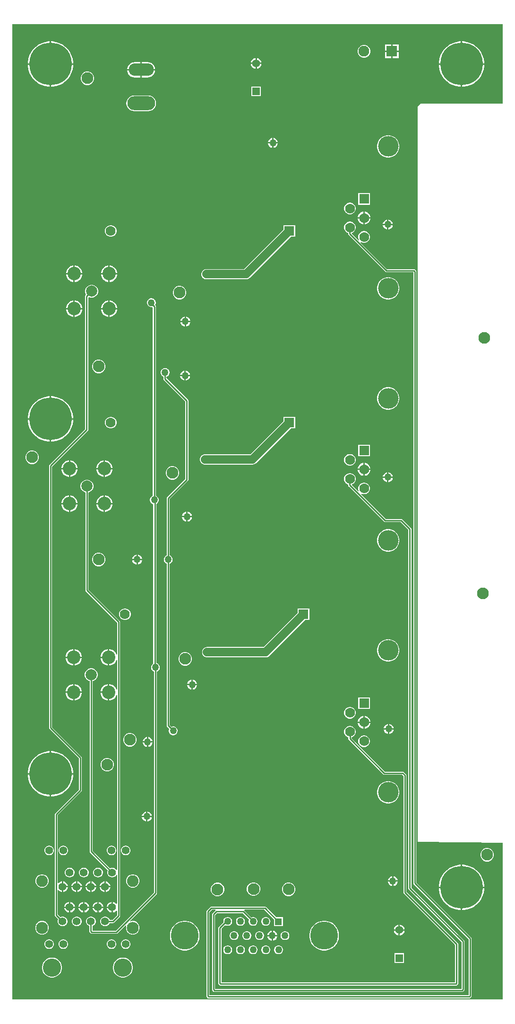
<source format=gbl>
G04*
G04 #@! TF.GenerationSoftware,Altium Limited,Altium Designer,22.2.1 (43)*
G04*
G04 Layer_Physical_Order=2*
G04 Layer_Color=16711680*
%FSLAX25Y25*%
%MOIN*%
G70*
G04*
G04 #@! TF.SameCoordinates,9414ED48-39BE-4A4C-B5CA-2F20BE965DEE*
G04*
G04*
G04 #@! TF.FilePolarity,Positive*
G04*
G01*
G75*
%ADD12C,0.01000*%
%ADD27R,0.07000X0.07000*%
%ADD28C,0.07000*%
%ADD31R,0.05600X0.05600*%
%ADD32C,0.05600*%
%ADD44R,0.07000X0.07000*%
%ADD50C,0.06000*%
%ADD53C,0.03000*%
%ADD54C,0.30000*%
%ADD55O,0.19685X0.09843*%
%ADD56O,0.17717X0.08858*%
%ADD57C,0.08268*%
%ADD58C,0.05500*%
%ADD59C,0.12800*%
%ADD60C,0.08200*%
%ADD61C,0.08400*%
%ADD62C,0.14500*%
%ADD63C,0.19685*%
%ADD64C,0.05000*%
%ADD65R,0.05000X0.05000*%
%ADD66C,0.07874*%
%ADD67C,0.09449*%
%ADD68C,0.07677*%
%ADD69R,0.07677X0.07677*%
%ADD70C,0.06000*%
G36*
X1008000Y672000D02*
X950000D01*
X948000Y670000D01*
Y152000D01*
X1008000Y151418D01*
Y41000D01*
X662000D01*
Y728000D01*
X1008000D01*
Y672000D01*
D02*
G37*
%LPC*%
G36*
X934681Y713839D02*
X930343D01*
Y709500D01*
X934681D01*
Y713839D01*
D02*
G37*
G36*
X929343D02*
X925004D01*
Y709500D01*
X929343D01*
Y713839D01*
D02*
G37*
G36*
X910742Y713439D02*
X909573D01*
X908444Y713136D01*
X907432Y712552D01*
X906606Y711725D01*
X906021Y710713D01*
X905719Y709584D01*
Y708416D01*
X906021Y707287D01*
X906606Y706275D01*
X907432Y705448D01*
X908444Y704864D01*
X909573Y704561D01*
X910742D01*
X911871Y704864D01*
X912883Y705448D01*
X913709Y706275D01*
X914294Y707287D01*
X914596Y708416D01*
Y709584D01*
X914294Y710713D01*
X913709Y711725D01*
X912883Y712552D01*
X911871Y713136D01*
X910742Y713439D01*
D02*
G37*
G36*
X934681Y708500D02*
X930343D01*
Y704161D01*
X934681D01*
Y708500D01*
D02*
G37*
G36*
X929343D02*
X925004D01*
Y704161D01*
X929343D01*
Y708500D01*
D02*
G37*
G36*
X834532Y704300D02*
X834531D01*
Y701000D01*
X837831D01*
Y701000D01*
X837572Y701967D01*
X837072Y702833D01*
X836365Y703541D01*
X835498Y704041D01*
X834532Y704300D01*
D02*
G37*
G36*
X833531D02*
X833531D01*
X832565Y704041D01*
X831698Y703541D01*
X830991Y702833D01*
X830490Y701967D01*
X830231Y701000D01*
Y701000D01*
X833531D01*
Y704300D01*
D02*
G37*
G36*
X980259Y716000D02*
X979500D01*
Y700500D01*
X995000D01*
Y701259D01*
X994606Y703747D01*
X993828Y706142D01*
X992684Y708386D01*
X991204Y710423D01*
X989423Y712204D01*
X987386Y713684D01*
X985142Y714828D01*
X982747Y715606D01*
X980259Y716000D01*
D02*
G37*
G36*
X978500D02*
X977741D01*
X975253Y715606D01*
X972858Y714828D01*
X970614Y713684D01*
X968577Y712204D01*
X966796Y710423D01*
X965316Y708386D01*
X964172Y706142D01*
X963394Y703747D01*
X963000Y701259D01*
Y700500D01*
X978500D01*
Y716000D01*
D02*
G37*
G36*
X690259D02*
X689500D01*
Y700500D01*
X705000D01*
Y701259D01*
X704606Y703747D01*
X703828Y706142D01*
X702684Y708386D01*
X701204Y710423D01*
X699423Y712204D01*
X697386Y713684D01*
X695142Y714828D01*
X692747Y715606D01*
X690259Y716000D01*
D02*
G37*
G36*
X688500D02*
X687741D01*
X685253Y715606D01*
X682858Y714828D01*
X680614Y713684D01*
X678577Y712204D01*
X676796Y710423D01*
X675316Y708386D01*
X674172Y706142D01*
X673394Y703747D01*
X673000Y701259D01*
Y700500D01*
X688500D01*
Y716000D01*
D02*
G37*
G36*
X837831Y700000D02*
X834531D01*
Y696700D01*
X834532D01*
X835498Y696959D01*
X836365Y697459D01*
X837072Y698167D01*
X837572Y699033D01*
X837831Y700000D01*
Y700000D01*
D02*
G37*
G36*
X833531D02*
X830231D01*
Y700000D01*
X830490Y699033D01*
X830991Y698167D01*
X831698Y697459D01*
X832565Y696959D01*
X833531Y696700D01*
X833531D01*
Y700000D01*
D02*
G37*
G36*
X757429Y701476D02*
X753500D01*
Y696500D01*
X762839D01*
X762718Y697417D01*
X762172Y698738D01*
X761301Y699872D01*
X760167Y700742D01*
X758846Y701289D01*
X757429Y701476D01*
D02*
G37*
G36*
X752500D02*
X748571D01*
X747154Y701289D01*
X745833Y700742D01*
X744699Y699872D01*
X743828Y698738D01*
X743282Y697417D01*
X743161Y696500D01*
X752500D01*
Y701476D01*
D02*
G37*
G36*
X762839Y695500D02*
X753500D01*
Y690524D01*
X757429D01*
X758846Y690711D01*
X760167Y691258D01*
X761301Y692128D01*
X762172Y693262D01*
X762718Y694583D01*
X762839Y695500D01*
D02*
G37*
G36*
X752500D02*
X743161D01*
X743282Y694583D01*
X743828Y693262D01*
X744699Y692128D01*
X745833Y691258D01*
X747154Y690711D01*
X748571Y690524D01*
X752500D01*
Y695500D01*
D02*
G37*
G36*
X715623Y694734D02*
X714377D01*
X713173Y694411D01*
X712093Y693788D01*
X711212Y692907D01*
X710589Y691827D01*
X710266Y690623D01*
Y689377D01*
X710589Y688173D01*
X711212Y687093D01*
X712093Y686212D01*
X713173Y685589D01*
X714377Y685266D01*
X715623D01*
X716827Y685589D01*
X717907Y686212D01*
X718788Y687093D01*
X719411Y688173D01*
X719734Y689377D01*
Y690623D01*
X719411Y691827D01*
X718788Y692907D01*
X717907Y693788D01*
X716827Y694411D01*
X715623Y694734D01*
D02*
G37*
G36*
X995000Y699500D02*
X979500D01*
Y684000D01*
X980259D01*
X982747Y684394D01*
X985142Y685172D01*
X987386Y686316D01*
X989423Y687796D01*
X991204Y689577D01*
X992684Y691614D01*
X993828Y693858D01*
X994606Y696253D01*
X995000Y698741D01*
Y699500D01*
D02*
G37*
G36*
X978500D02*
X963000D01*
Y698741D01*
X963394Y696253D01*
X964172Y693858D01*
X965316Y691614D01*
X966796Y689577D01*
X968577Y687796D01*
X970614Y686316D01*
X972858Y685172D01*
X975253Y684394D01*
X977741Y684000D01*
X978500D01*
Y699500D01*
D02*
G37*
G36*
X705000D02*
X689500D01*
Y684000D01*
X690259D01*
X692747Y684394D01*
X695142Y685172D01*
X697386Y686316D01*
X699423Y687796D01*
X701204Y689577D01*
X702684Y691614D01*
X703828Y693858D01*
X704606Y696253D01*
X705000Y698741D01*
Y699500D01*
D02*
G37*
G36*
X688500D02*
X673000D01*
Y698741D01*
X673394Y696253D01*
X674172Y693858D01*
X675316Y691614D01*
X676796Y689577D01*
X678577Y687796D01*
X680614Y686316D01*
X682858Y685172D01*
X685253Y684394D01*
X687741Y684000D01*
X688500D01*
Y699500D01*
D02*
G37*
G36*
X837432Y684200D02*
X830632D01*
Y677400D01*
X837432D01*
Y684200D01*
D02*
G37*
G36*
X757921Y677947D02*
X748079D01*
X746637Y677757D01*
X745294Y677201D01*
X744141Y676316D01*
X743256Y675162D01*
X742700Y673819D01*
X742510Y672378D01*
X742700Y670937D01*
X743256Y669593D01*
X744141Y668440D01*
X745294Y667555D01*
X746637Y666999D01*
X748079Y666809D01*
X757921D01*
X759363Y666999D01*
X760706Y667555D01*
X761859Y668440D01*
X762744Y669593D01*
X763300Y670937D01*
X763490Y672378D01*
X763300Y673819D01*
X762744Y675162D01*
X761859Y676316D01*
X760706Y677201D01*
X759363Y677757D01*
X757921Y677947D01*
D02*
G37*
G36*
X846358Y647990D02*
Y645000D01*
X849347D01*
X849119Y645851D01*
X848658Y646649D01*
X848007Y647301D01*
X847208Y647761D01*
X846358Y647990D01*
D02*
G37*
G36*
X845358D02*
X844506Y647761D01*
X843708Y647301D01*
X843057Y646649D01*
X842596Y645851D01*
X842368Y645000D01*
X845358D01*
Y647990D01*
D02*
G37*
G36*
X849347Y644000D02*
X846358D01*
Y641011D01*
X847208Y641238D01*
X848007Y641699D01*
X848658Y642351D01*
X849119Y643149D01*
X849347Y644000D01*
D02*
G37*
G36*
X845358D02*
X842368D01*
X842596Y643149D01*
X843057Y642351D01*
X843708Y641699D01*
X844506Y641238D01*
X845358Y641011D01*
Y644000D01*
D02*
G37*
G36*
X927962Y649850D02*
X926416D01*
X924899Y649548D01*
X923471Y648957D01*
X922185Y648098D01*
X921091Y647004D01*
X920232Y645718D01*
X919641Y644290D01*
X919339Y642773D01*
Y641227D01*
X919641Y639710D01*
X920232Y638282D01*
X921091Y636996D01*
X922185Y635903D01*
X923471Y635043D01*
X924899Y634452D01*
X926416Y634150D01*
X927962D01*
X929479Y634452D01*
X930907Y635043D01*
X932193Y635903D01*
X933286Y636996D01*
X934146Y638282D01*
X934737Y639710D01*
X935039Y641227D01*
Y642773D01*
X934737Y644290D01*
X934146Y645718D01*
X933286Y647004D01*
X932193Y648098D01*
X930907Y648957D01*
X929479Y649548D01*
X927962Y649850D01*
D02*
G37*
G36*
X914289Y609100D02*
X906089D01*
Y600900D01*
X914289D01*
Y609100D01*
D02*
G37*
G36*
X900729Y602407D02*
X899649D01*
X898606Y602128D01*
X897672Y601588D01*
X896908Y600824D01*
X896368Y599890D01*
X896089Y598847D01*
Y597767D01*
X896368Y596725D01*
X896908Y595790D01*
X897672Y595026D01*
X898606Y594487D01*
X899649Y594207D01*
X900729D01*
X901772Y594487D01*
X902706Y595026D01*
X903470Y595790D01*
X904010Y596725D01*
X904289Y597767D01*
Y598847D01*
X904010Y599890D01*
X903470Y600824D01*
X902706Y601588D01*
X901772Y602128D01*
X900729Y602407D01*
D02*
G37*
G36*
X910781Y596114D02*
X910689D01*
Y592114D01*
X914689D01*
Y592207D01*
X914382Y593351D01*
X913790Y594377D01*
X912952Y595215D01*
X911926Y595808D01*
X910781Y596114D01*
D02*
G37*
G36*
X909689D02*
X909597D01*
X908452Y595808D01*
X907426Y595215D01*
X906588Y594377D01*
X905996Y593351D01*
X905689Y592207D01*
Y592114D01*
X909689D01*
Y596114D01*
D02*
G37*
G36*
X927500Y590489D02*
Y587500D01*
X930490D01*
X930262Y588351D01*
X929801Y589149D01*
X929149Y589801D01*
X928351Y590262D01*
X927500Y590489D01*
D02*
G37*
G36*
X926500D02*
X925649Y590262D01*
X924851Y589801D01*
X924199Y589149D01*
X923738Y588351D01*
X923510Y587500D01*
X926500D01*
Y590489D01*
D02*
G37*
G36*
X914689Y591114D02*
X910689D01*
Y587114D01*
X910781D01*
X911926Y587421D01*
X912952Y588013D01*
X913790Y588851D01*
X914382Y589877D01*
X914689Y591022D01*
Y591114D01*
D02*
G37*
G36*
X909689D02*
X905689D01*
Y591022D01*
X905996Y589877D01*
X906588Y588851D01*
X907426Y588013D01*
X908452Y587421D01*
X909597Y587114D01*
X909689D01*
Y591114D01*
D02*
G37*
G36*
X930490Y586500D02*
X927500D01*
Y583510D01*
X928351Y583739D01*
X929149Y584199D01*
X929801Y584851D01*
X930262Y585649D01*
X930490Y586500D01*
D02*
G37*
G36*
X926500D02*
X923510D01*
X923738Y585649D01*
X924199Y584851D01*
X924851Y584199D01*
X925649Y583739D01*
X926500Y583510D01*
Y586500D01*
D02*
G37*
G36*
X732040Y586600D02*
X730960D01*
X729917Y586321D01*
X728982Y585781D01*
X728219Y585017D01*
X727679Y584083D01*
X727400Y583040D01*
Y581960D01*
X727679Y580918D01*
X728219Y579983D01*
X728982Y579219D01*
X729917Y578679D01*
X730960Y578400D01*
X732040D01*
X733082Y578679D01*
X734018Y579219D01*
X734781Y579983D01*
X735321Y580918D01*
X735600Y581960D01*
Y583040D01*
X735321Y584083D01*
X734781Y585017D01*
X734018Y585781D01*
X733082Y586321D01*
X732040Y586600D01*
D02*
G37*
G36*
X900729Y589021D02*
X899649D01*
X898606Y588742D01*
X897672Y588202D01*
X896908Y587439D01*
X896368Y586504D01*
X896089Y585461D01*
Y584381D01*
X896368Y583339D01*
X896908Y582404D01*
X897672Y581640D01*
X898606Y581101D01*
X898871Y581030D01*
Y580507D01*
X898871Y580507D01*
X898957Y580078D01*
X899200Y579714D01*
X925207Y553707D01*
X925207Y553707D01*
X925571Y553464D01*
X926000Y553378D01*
X944878D01*
Y123000D01*
X944878Y123000D01*
X944964Y122571D01*
X945207Y122207D01*
X983878Y83535D01*
Y44122D01*
X801122D01*
Y102535D01*
X802965Y104378D01*
X805183D01*
X805335Y103878D01*
X805207Y103793D01*
X805207Y103793D01*
X803207Y101793D01*
X802964Y101429D01*
X802878Y101000D01*
X802878Y101000D01*
Y48086D01*
X802878Y48086D01*
X802964Y47657D01*
X803207Y47293D01*
X803793Y46707D01*
X803793Y46707D01*
X804157Y46464D01*
X804586Y46378D01*
X979414D01*
X979414Y46378D01*
X979843Y46464D01*
X980207Y46707D01*
X980793Y47293D01*
X980793Y47293D01*
X981036Y47657D01*
X981122Y48086D01*
Y82000D01*
X981122Y82000D01*
X981036Y82429D01*
X980793Y82793D01*
X980793Y82793D01*
X943622Y119965D01*
Y372500D01*
X943622Y372500D01*
X943536Y372929D01*
X943293Y373293D01*
X943293Y373293D01*
X937293Y379293D01*
X936929Y379536D01*
X936500Y379622D01*
X936500Y379622D01*
X925465D01*
X908047Y397039D01*
X908354Y397440D01*
X908606Y397294D01*
X909649Y397014D01*
X910729D01*
X911771Y397294D01*
X912706Y397833D01*
X913470Y398597D01*
X914010Y399532D01*
X914289Y400574D01*
Y401654D01*
X914010Y402697D01*
X913470Y403632D01*
X912706Y404395D01*
X911771Y404935D01*
X910729Y405214D01*
X909649D01*
X908606Y404935D01*
X907672Y404395D01*
X906908Y403632D01*
X906368Y402697D01*
X906089Y401654D01*
Y400574D01*
X906368Y399532D01*
X906514Y399279D01*
X906114Y398972D01*
X901595Y403491D01*
X901716Y403942D01*
X901794Y403999D01*
X902706Y404526D01*
X903470Y405290D01*
X904010Y406224D01*
X904289Y407267D01*
Y408347D01*
X904010Y409390D01*
X903470Y410324D01*
X902706Y411088D01*
X901772Y411628D01*
X900729Y411907D01*
X899649D01*
X898606Y411628D01*
X897672Y411088D01*
X896908Y410324D01*
X896368Y409390D01*
X896089Y408347D01*
Y407267D01*
X896368Y406224D01*
X896908Y405290D01*
X897672Y404526D01*
X898606Y403987D01*
X898986Y403885D01*
Y403393D01*
X898986Y403393D01*
X899071Y402964D01*
X899314Y402600D01*
X924207Y377707D01*
X924207Y377707D01*
X924571Y377464D01*
X925000Y377378D01*
X925000Y377379D01*
X936035D01*
X941378Y372035D01*
Y119500D01*
X941378Y119500D01*
X941464Y119071D01*
X941707Y118707D01*
X978878Y81535D01*
Y48622D01*
X805122D01*
Y100535D01*
X806465Y101878D01*
X824575D01*
X829095Y97358D01*
X829056Y97291D01*
X828845Y96503D01*
Y95686D01*
X829056Y94898D01*
X829464Y94191D01*
X830041Y93614D01*
X830748Y93206D01*
X831537Y92994D01*
X832353D01*
X833141Y93206D01*
X833848Y93614D01*
X834425Y94191D01*
X834834Y94898D01*
X835045Y95686D01*
Y96503D01*
X834834Y97291D01*
X834425Y97998D01*
X833848Y98575D01*
X833141Y98983D01*
X832353Y99194D01*
X831537D01*
X830748Y98983D01*
X830681Y98944D01*
X825832Y103793D01*
X825704Y103878D01*
X825856Y104378D01*
X839791D01*
X846719Y97451D01*
Y92837D01*
X852919D01*
Y99037D01*
X848305D01*
X841049Y106293D01*
X840685Y106536D01*
X840256Y106622D01*
X840256Y106622D01*
X802500D01*
X802071Y106536D01*
X801707Y106293D01*
X801707Y106293D01*
X799207Y103793D01*
X798964Y103429D01*
X798878Y103000D01*
X798878Y103000D01*
Y43586D01*
X798878Y43586D01*
X798964Y43157D01*
X799207Y42793D01*
X799793Y42207D01*
X799793Y42207D01*
X800157Y41964D01*
X800586Y41878D01*
X984414D01*
X984414Y41878D01*
X984843Y41964D01*
X985207Y42207D01*
X985793Y42793D01*
X985793Y42793D01*
X986036Y43157D01*
X986122Y43586D01*
Y84000D01*
X986122Y84000D01*
X986036Y84429D01*
X985793Y84793D01*
X985793Y84793D01*
X947122Y123465D01*
Y553914D01*
X947036Y554343D01*
X946793Y554707D01*
X946793Y554707D01*
X946207Y555293D01*
X945843Y555536D01*
X945414Y555622D01*
X945414Y555622D01*
X926465D01*
X907777Y574309D01*
X908084Y574710D01*
X908606Y574408D01*
X909649Y574128D01*
X910729D01*
X911771Y574408D01*
X912706Y574948D01*
X913470Y575711D01*
X914010Y576646D01*
X914289Y577689D01*
Y578768D01*
X914010Y579811D01*
X913470Y580746D01*
X912706Y581509D01*
X911771Y582049D01*
X910729Y582328D01*
X909649D01*
X908606Y582049D01*
X907672Y581509D01*
X906908Y580746D01*
X906368Y579811D01*
X906089Y578768D01*
Y577689D01*
X906368Y576646D01*
X906670Y576123D01*
X906270Y575816D01*
X901505Y580581D01*
X901635Y581064D01*
X901772Y581101D01*
X902706Y581640D01*
X903470Y582404D01*
X904010Y583339D01*
X904289Y584381D01*
Y585461D01*
X904010Y586504D01*
X903470Y587439D01*
X902706Y588202D01*
X901772Y588742D01*
X900729Y589021D01*
D02*
G37*
G36*
X731076Y558047D02*
X730823D01*
Y552823D01*
X736047D01*
Y553077D01*
X735657Y554532D01*
X734903Y555838D01*
X733838Y556904D01*
X732532Y557657D01*
X731076Y558047D01*
D02*
G37*
G36*
X729823D02*
X729569D01*
X728113Y557657D01*
X726808Y556904D01*
X725742Y555838D01*
X724989Y554532D01*
X724598Y553077D01*
Y552823D01*
X729823D01*
Y558047D01*
D02*
G37*
G36*
X706431D02*
X706177D01*
Y552823D01*
X711402D01*
Y553077D01*
X711012Y554532D01*
X710258Y555838D01*
X709192Y556904D01*
X707887Y557657D01*
X706431Y558047D01*
D02*
G37*
G36*
X705177D02*
X704923D01*
X703468Y557657D01*
X702162Y556904D01*
X701096Y555838D01*
X700343Y554532D01*
X699953Y553077D01*
Y552823D01*
X705177D01*
Y558047D01*
D02*
G37*
G36*
X861600Y586600D02*
X853400D01*
Y583535D01*
X825496Y555631D01*
X799000D01*
X798764Y555600D01*
X798526D01*
X798296Y555538D01*
X798060Y555507D01*
X797840Y555416D01*
X797611Y555355D01*
X797404Y555236D01*
X797185Y555145D01*
X796996Y555000D01*
X796790Y554881D01*
X796621Y554712D01*
X796432Y554568D01*
X796288Y554379D01*
X796119Y554211D01*
X796000Y554004D01*
X795855Y553816D01*
X795764Y553596D01*
X795645Y553390D01*
X795584Y553160D01*
X795493Y552940D01*
X795462Y552704D01*
X795400Y552474D01*
Y552236D01*
X795369Y552000D01*
X795400Y551764D01*
Y551526D01*
X795462Y551296D01*
X795493Y551060D01*
X795584Y550840D01*
X795645Y550610D01*
X795764Y550404D01*
X795855Y550184D01*
X796000Y549996D01*
X796119Y549789D01*
X796288Y549621D01*
X796432Y549432D01*
X796621Y549288D01*
X796790Y549119D01*
X796996Y549000D01*
X797185Y548855D01*
X797404Y548764D01*
X797611Y548645D01*
X797840Y548584D01*
X798060Y548493D01*
X798296Y548462D01*
X798526Y548400D01*
X798764D01*
X799000Y548369D01*
X827000D01*
X827940Y548493D01*
X828815Y548855D01*
X829568Y549432D01*
X858535Y578400D01*
X861600D01*
Y586600D01*
D02*
G37*
G36*
X736047Y551823D02*
X730823D01*
Y546598D01*
X731076D01*
X732532Y546988D01*
X733838Y547742D01*
X734903Y548808D01*
X735657Y550113D01*
X736047Y551569D01*
Y551823D01*
D02*
G37*
G36*
X729823D02*
X724598D01*
Y551569D01*
X724989Y550113D01*
X725742Y548808D01*
X726808Y547742D01*
X728113Y546988D01*
X729569Y546598D01*
X729823D01*
Y551823D01*
D02*
G37*
G36*
X711402Y551823D02*
X706177D01*
Y546598D01*
X706431D01*
X707887Y546988D01*
X709192Y547742D01*
X710258Y548808D01*
X711012Y550113D01*
X711402Y551569D01*
Y551823D01*
D02*
G37*
G36*
X705177D02*
X699953D01*
Y551569D01*
X700343Y550113D01*
X701096Y548808D01*
X702162Y547742D01*
X703468Y546988D01*
X704923Y546598D01*
X705177D01*
Y551823D01*
D02*
G37*
G36*
X718597Y544537D02*
X717403D01*
X716249Y544228D01*
X715214Y543631D01*
X714369Y542786D01*
X713772Y541751D01*
X713463Y540597D01*
Y539403D01*
X713772Y538249D01*
X714098Y537684D01*
X713707Y537293D01*
X713464Y536929D01*
X713378Y536500D01*
X713378Y536500D01*
Y442965D01*
X688207Y417793D01*
X687964Y417429D01*
X687878Y417000D01*
X687878Y417000D01*
Y232500D01*
X687878Y232500D01*
X687964Y232071D01*
X688207Y231707D01*
X688207Y231707D01*
X708878Y211035D01*
Y188965D01*
X692207Y172293D01*
X691964Y171929D01*
X691878Y171500D01*
X691878Y171500D01*
Y100594D01*
X691878Y100594D01*
X691964Y100165D01*
X692207Y99801D01*
X694467Y97541D01*
X694378Y97387D01*
X694150Y96535D01*
Y95653D01*
X694378Y94801D01*
X694819Y94037D01*
X695443Y93414D01*
X696207Y92973D01*
X697059Y92744D01*
X697941D01*
X698793Y92973D01*
X699557Y93414D01*
X700181Y94037D01*
X700622Y94801D01*
X700850Y95653D01*
Y96535D01*
X700622Y97387D01*
X700181Y98151D01*
X699557Y98775D01*
X698793Y99216D01*
X697941Y99444D01*
X697059D01*
X696207Y99216D01*
X696053Y99127D01*
X694122Y101059D01*
Y117997D01*
X694622Y118170D01*
X695197Y117594D01*
X696053Y117100D01*
X697000Y116846D01*
Y120594D01*
Y124343D01*
X696053Y124089D01*
X695197Y123595D01*
X694622Y123019D01*
X694122Y123192D01*
Y171035D01*
X710793Y187707D01*
X711036Y188071D01*
X711122Y188500D01*
X711122Y188500D01*
Y211500D01*
X711036Y211929D01*
X710793Y212293D01*
X710793Y212293D01*
X690122Y232965D01*
Y416535D01*
X715293Y441707D01*
X715293Y441707D01*
X715536Y442071D01*
X715622Y442500D01*
X715622Y442500D01*
Y535557D01*
X716122Y535846D01*
X716249Y535772D01*
X717403Y535463D01*
X718597D01*
X719751Y535772D01*
X720786Y536370D01*
X721630Y537214D01*
X722228Y538249D01*
X722537Y539403D01*
Y540597D01*
X722228Y541751D01*
X721630Y542786D01*
X720786Y543631D01*
X719751Y544228D01*
X718597Y544537D01*
D02*
G37*
G36*
X780623Y543734D02*
X779377D01*
X778173Y543411D01*
X777093Y542788D01*
X776212Y541907D01*
X775589Y540827D01*
X775266Y539623D01*
Y538377D01*
X775589Y537173D01*
X776212Y536093D01*
X777093Y535212D01*
X778173Y534589D01*
X779377Y534266D01*
X780623D01*
X781827Y534589D01*
X782907Y535212D01*
X783788Y536093D01*
X784411Y537173D01*
X784734Y538377D01*
Y539623D01*
X784411Y540827D01*
X783788Y541907D01*
X782907Y542788D01*
X781827Y543411D01*
X780623Y543734D01*
D02*
G37*
G36*
X927962Y549850D02*
X926416D01*
X924899Y549548D01*
X923471Y548957D01*
X922185Y548098D01*
X921091Y547004D01*
X920232Y545718D01*
X919641Y544290D01*
X919339Y542773D01*
Y541227D01*
X919641Y539710D01*
X920232Y538282D01*
X921091Y536996D01*
X922185Y535903D01*
X923471Y535043D01*
X924899Y534452D01*
X926416Y534150D01*
X927962D01*
X929479Y534452D01*
X930907Y535043D01*
X932193Y535903D01*
X933286Y536996D01*
X934146Y538282D01*
X934737Y539710D01*
X935039Y541227D01*
Y542773D01*
X934737Y544290D01*
X934146Y545718D01*
X933286Y547004D01*
X932193Y548098D01*
X930907Y548957D01*
X929479Y549548D01*
X927962Y549850D01*
D02*
G37*
G36*
X731076Y533402D02*
X730823D01*
Y528177D01*
X736047D01*
Y528431D01*
X735657Y529887D01*
X734903Y531192D01*
X733838Y532258D01*
X732532Y533011D01*
X731076Y533402D01*
D02*
G37*
G36*
X729823D02*
X729569D01*
X728113Y533011D01*
X726808Y532258D01*
X725742Y531192D01*
X724989Y529887D01*
X724598Y528431D01*
Y528177D01*
X729823D01*
Y533402D01*
D02*
G37*
G36*
X706431D02*
X706177D01*
Y528177D01*
X711402D01*
Y528431D01*
X711012Y529887D01*
X710258Y531192D01*
X709192Y532258D01*
X707887Y533011D01*
X706431Y533402D01*
D02*
G37*
G36*
X705177D02*
X704923D01*
X703468Y533011D01*
X702162Y532258D01*
X701096Y531192D01*
X700343Y529887D01*
X699953Y528431D01*
Y528177D01*
X705177D01*
Y533402D01*
D02*
G37*
G36*
X736047Y527177D02*
X730823D01*
Y521953D01*
X731076D01*
X732532Y522343D01*
X733838Y523097D01*
X734903Y524162D01*
X735657Y525468D01*
X736047Y526924D01*
Y527177D01*
D02*
G37*
G36*
X729823D02*
X724598D01*
Y526924D01*
X724989Y525468D01*
X725742Y524162D01*
X726808Y523097D01*
X728113Y522343D01*
X729569Y521953D01*
X729823D01*
Y527177D01*
D02*
G37*
G36*
X711402Y527177D02*
X706177D01*
Y521953D01*
X706431D01*
X707887Y522343D01*
X709192Y523097D01*
X710258Y524162D01*
X711012Y525468D01*
X711402Y526924D01*
Y527177D01*
D02*
G37*
G36*
X705177D02*
X699953D01*
Y526924D01*
X700343Y525468D01*
X701096Y524162D01*
X702162Y523097D01*
X703468Y522343D01*
X704923Y521953D01*
X705177D01*
Y527177D01*
D02*
G37*
G36*
X784600Y522190D02*
Y519200D01*
X787590D01*
X787361Y520051D01*
X786901Y520849D01*
X786249Y521501D01*
X785451Y521961D01*
X784600Y522190D01*
D02*
G37*
G36*
X783600D02*
X782749Y521961D01*
X781951Y521501D01*
X781299Y520849D01*
X780838Y520051D01*
X780611Y519200D01*
X783600D01*
Y522190D01*
D02*
G37*
G36*
X787590Y518200D02*
X784600D01*
Y515210D01*
X785451Y515439D01*
X786249Y515899D01*
X786901Y516551D01*
X787361Y517349D01*
X787590Y518200D01*
D02*
G37*
G36*
X783600D02*
X780611D01*
X780838Y517349D01*
X781299Y516551D01*
X781951Y515899D01*
X782749Y515439D01*
X783600Y515210D01*
Y518200D01*
D02*
G37*
G36*
X723623Y491734D02*
X722377D01*
X721173Y491411D01*
X720093Y490788D01*
X719212Y489907D01*
X718589Y488827D01*
X718266Y487623D01*
Y486377D01*
X718589Y485173D01*
X719212Y484093D01*
X720093Y483212D01*
X721173Y482589D01*
X722377Y482266D01*
X723623D01*
X724827Y482589D01*
X725907Y483212D01*
X726788Y484093D01*
X727411Y485173D01*
X727734Y486377D01*
Y487623D01*
X727411Y488827D01*
X726788Y489907D01*
X725907Y490788D01*
X724827Y491411D01*
X723623Y491734D01*
D02*
G37*
G36*
X784500Y484090D02*
Y481100D01*
X787490D01*
X787261Y481951D01*
X786801Y482749D01*
X786149Y483401D01*
X785351Y483861D01*
X784500Y484090D01*
D02*
G37*
G36*
X783500D02*
X782649Y483861D01*
X781851Y483401D01*
X781199Y482749D01*
X780738Y481951D01*
X780511Y481100D01*
X783500D01*
Y484090D01*
D02*
G37*
G36*
X787490Y480100D02*
X784500D01*
Y477110D01*
X785351Y477339D01*
X786149Y477799D01*
X786801Y478451D01*
X787261Y479249D01*
X787490Y480100D01*
D02*
G37*
G36*
X783500D02*
X780511D01*
X780738Y479249D01*
X781199Y478451D01*
X781851Y477799D01*
X782649Y477339D01*
X783500Y477110D01*
Y480100D01*
D02*
G37*
G36*
X927962Y472350D02*
X926416D01*
X924899Y472048D01*
X923471Y471457D01*
X922185Y470598D01*
X921091Y469504D01*
X920232Y468218D01*
X919641Y466790D01*
X919339Y465273D01*
Y463727D01*
X919641Y462210D01*
X920232Y460782D01*
X921091Y459496D01*
X922185Y458402D01*
X923471Y457543D01*
X924899Y456952D01*
X926416Y456650D01*
X927962D01*
X929479Y456952D01*
X930907Y457543D01*
X932193Y458402D01*
X933286Y459496D01*
X934146Y460782D01*
X934737Y462210D01*
X935039Y463727D01*
Y465273D01*
X934737Y466790D01*
X934146Y468218D01*
X933286Y469504D01*
X932193Y470598D01*
X930907Y471457D01*
X929479Y472048D01*
X927962Y472350D01*
D02*
G37*
G36*
X690259Y466000D02*
X689500D01*
Y450500D01*
X705000D01*
Y451259D01*
X704606Y453747D01*
X703828Y456142D01*
X702684Y458386D01*
X701204Y460423D01*
X699423Y462204D01*
X697386Y463684D01*
X695142Y464828D01*
X692747Y465606D01*
X690259Y466000D01*
D02*
G37*
G36*
X688500D02*
X687741D01*
X685253Y465606D01*
X682858Y464828D01*
X680614Y463684D01*
X678577Y462204D01*
X676796Y460423D01*
X675316Y458386D01*
X674172Y456142D01*
X673394Y453747D01*
X673000Y451259D01*
Y450500D01*
X688500D01*
Y466000D01*
D02*
G37*
G36*
X732040Y451600D02*
X730960D01*
X729917Y451321D01*
X728982Y450781D01*
X728219Y450017D01*
X727679Y449083D01*
X727400Y448040D01*
Y446960D01*
X727679Y445918D01*
X728219Y444982D01*
X728982Y444219D01*
X729917Y443679D01*
X730960Y443400D01*
X732040D01*
X733082Y443679D01*
X734017Y444219D01*
X734781Y444982D01*
X735321Y445918D01*
X735600Y446960D01*
Y448040D01*
X735321Y449083D01*
X734781Y450017D01*
X734017Y450781D01*
X733082Y451321D01*
X732040Y451600D01*
D02*
G37*
G36*
X705000Y449500D02*
X689500D01*
Y434000D01*
X690259D01*
X692747Y434394D01*
X695142Y435172D01*
X697386Y436316D01*
X699423Y437796D01*
X701204Y439577D01*
X702684Y441614D01*
X703828Y443858D01*
X704606Y446253D01*
X705000Y448741D01*
Y449500D01*
D02*
G37*
G36*
X688500D02*
X673000D01*
Y448741D01*
X673394Y446253D01*
X674172Y443858D01*
X675316Y441614D01*
X676796Y439577D01*
X678577Y437796D01*
X680614Y436316D01*
X682858Y435172D01*
X685253Y434394D01*
X687741Y434000D01*
X688500D01*
Y449500D01*
D02*
G37*
G36*
X914289Y431986D02*
X906089D01*
Y423786D01*
X914289D01*
Y431986D01*
D02*
G37*
G36*
X676623Y427734D02*
X675377D01*
X674173Y427411D01*
X673093Y426788D01*
X672212Y425907D01*
X671589Y424827D01*
X671266Y423623D01*
Y422377D01*
X671589Y421173D01*
X672212Y420093D01*
X673093Y419212D01*
X674173Y418589D01*
X675377Y418266D01*
X676623D01*
X677827Y418589D01*
X678907Y419212D01*
X679788Y420093D01*
X680411Y421173D01*
X680734Y422377D01*
Y423623D01*
X680411Y424827D01*
X679788Y425907D01*
X678907Y426788D01*
X677827Y427411D01*
X676623Y427734D01*
D02*
G37*
G36*
X861600Y451600D02*
X853400D01*
Y448535D01*
X829996Y425131D01*
X798000D01*
X797764Y425100D01*
X797526D01*
X797296Y425038D01*
X797060Y425007D01*
X796840Y424916D01*
X796610Y424855D01*
X796404Y424736D01*
X796184Y424645D01*
X795996Y424500D01*
X795789Y424381D01*
X795621Y424212D01*
X795432Y424068D01*
X795288Y423879D01*
X795119Y423710D01*
X795000Y423504D01*
X794855Y423315D01*
X794764Y423096D01*
X794645Y422890D01*
X794584Y422660D01*
X794493Y422440D01*
X794462Y422204D01*
X794400Y421974D01*
Y421736D01*
X794369Y421500D01*
X794400Y421264D01*
Y421026D01*
X794462Y420796D01*
X794493Y420560D01*
X794584Y420340D01*
X794645Y420111D01*
X794764Y419904D01*
X794855Y419685D01*
X795000Y419496D01*
X795119Y419289D01*
X795288Y419121D01*
X795432Y418932D01*
X795621Y418788D01*
X795789Y418619D01*
X795996Y418500D01*
X796184Y418355D01*
X796404Y418264D01*
X796610Y418145D01*
X796840Y418084D01*
X797060Y417993D01*
X797296Y417962D01*
X797526Y417900D01*
X797764D01*
X798000Y417869D01*
X831500D01*
X832440Y417993D01*
X833315Y418355D01*
X834068Y418932D01*
X858535Y443400D01*
X861600D01*
Y451600D01*
D02*
G37*
G36*
X900729Y425293D02*
X899649D01*
X898606Y425013D01*
X897672Y424474D01*
X896908Y423710D01*
X896368Y422776D01*
X896089Y421733D01*
Y420653D01*
X896368Y419610D01*
X896908Y418676D01*
X897672Y417912D01*
X898606Y417372D01*
X899649Y417093D01*
X900729D01*
X901772Y417372D01*
X902706Y417912D01*
X903470Y418676D01*
X904010Y419610D01*
X904289Y420653D01*
Y421733D01*
X904010Y422776D01*
X903470Y423710D01*
X902706Y424474D01*
X901772Y425013D01*
X900729Y425293D01*
D02*
G37*
G36*
X727754Y420724D02*
X727500D01*
Y415500D01*
X732724D01*
Y415754D01*
X732334Y417209D01*
X731581Y418515D01*
X730515Y419581D01*
X729210Y420334D01*
X727754Y420724D01*
D02*
G37*
G36*
X726500D02*
X726246D01*
X724790Y420334D01*
X723485Y419581D01*
X722419Y418515D01*
X721666Y417209D01*
X721276Y415754D01*
Y415500D01*
X726500D01*
Y420724D01*
D02*
G37*
G36*
X703108D02*
X702854D01*
Y415500D01*
X708079D01*
Y415754D01*
X707689Y417209D01*
X706935Y418515D01*
X705869Y419581D01*
X704564Y420334D01*
X703108Y420724D01*
D02*
G37*
G36*
X701854D02*
X701601D01*
X700145Y420334D01*
X698840Y419581D01*
X697774Y418515D01*
X697020Y417209D01*
X696630Y415754D01*
Y415500D01*
X701854D01*
Y420724D01*
D02*
G37*
G36*
X910781Y419000D02*
X910689D01*
Y415000D01*
X914689D01*
Y415092D01*
X914382Y416237D01*
X913790Y417263D01*
X912952Y418101D01*
X911926Y418693D01*
X910781Y419000D01*
D02*
G37*
G36*
X909689D02*
X909597D01*
X908452Y418693D01*
X907426Y418101D01*
X906588Y417263D01*
X905996Y416237D01*
X905689Y415092D01*
Y415000D01*
X909689D01*
Y419000D01*
D02*
G37*
G36*
X914689Y414000D02*
X910689D01*
Y410000D01*
X910781D01*
X911926Y410307D01*
X912952Y410899D01*
X913790Y411737D01*
X914382Y412763D01*
X914689Y413908D01*
Y414000D01*
D02*
G37*
G36*
X909689D02*
X905689D01*
Y413908D01*
X905996Y412763D01*
X906588Y411737D01*
X907426Y410899D01*
X908452Y410307D01*
X909597Y410000D01*
X909689D01*
Y414000D01*
D02*
G37*
G36*
X927500Y412490D02*
Y409500D01*
X930490D01*
X930262Y410351D01*
X929801Y411149D01*
X929149Y411801D01*
X928351Y412261D01*
X927500Y412490D01*
D02*
G37*
G36*
X926500D02*
X925649Y412261D01*
X924851Y411801D01*
X924199Y411149D01*
X923738Y410351D01*
X923510Y409500D01*
X926500D01*
Y412490D01*
D02*
G37*
G36*
X732724Y414500D02*
X727500D01*
Y409276D01*
X727754D01*
X729210Y409666D01*
X730515Y410419D01*
X731581Y411485D01*
X732334Y412790D01*
X732724Y414246D01*
Y414500D01*
D02*
G37*
G36*
X726500D02*
X721276D01*
Y414246D01*
X721666Y412790D01*
X722419Y411485D01*
X723485Y410419D01*
X724790Y409666D01*
X726246Y409276D01*
X726500D01*
Y414500D01*
D02*
G37*
G36*
X708079D02*
X702854D01*
Y409276D01*
X703108D01*
X704564Y409666D01*
X705869Y410419D01*
X706935Y411485D01*
X707689Y412790D01*
X708079Y414246D01*
Y414500D01*
D02*
G37*
G36*
X701854D02*
X696630D01*
Y414246D01*
X697020Y412790D01*
X697774Y411485D01*
X698840Y410419D01*
X700145Y409666D01*
X701601Y409276D01*
X701854D01*
Y414500D01*
D02*
G37*
G36*
X775623Y416734D02*
X774377D01*
X773173Y416411D01*
X772093Y415788D01*
X771212Y414907D01*
X770589Y413827D01*
X770266Y412623D01*
Y411377D01*
X770589Y410173D01*
X771212Y409093D01*
X772093Y408212D01*
X773173Y407589D01*
X774377Y407266D01*
X775623D01*
X776827Y407589D01*
X777907Y408212D01*
X778788Y409093D01*
X779411Y410173D01*
X779734Y411377D01*
Y412623D01*
X779411Y413827D01*
X778788Y414907D01*
X777907Y415788D01*
X776827Y416411D01*
X775623Y416734D01*
D02*
G37*
G36*
X930490Y408500D02*
X927500D01*
Y405511D01*
X928351Y405738D01*
X929149Y406199D01*
X929801Y406851D01*
X930262Y407649D01*
X930490Y408500D01*
D02*
G37*
G36*
X926500D02*
X923510D01*
X923738Y407649D01*
X924199Y406851D01*
X924851Y406199D01*
X925649Y405738D01*
X926500Y405511D01*
Y408500D01*
D02*
G37*
G36*
X727754Y396079D02*
X727500D01*
Y390854D01*
X732724D01*
Y391108D01*
X732334Y392564D01*
X731581Y393869D01*
X730515Y394935D01*
X729210Y395689D01*
X727754Y396079D01*
D02*
G37*
G36*
X726500D02*
X726246D01*
X724790Y395689D01*
X723485Y394935D01*
X722419Y393869D01*
X721666Y392564D01*
X721276Y391108D01*
Y390854D01*
X726500D01*
Y396079D01*
D02*
G37*
G36*
X703108D02*
X702854D01*
Y390854D01*
X708079D01*
Y391108D01*
X707689Y392564D01*
X706935Y393869D01*
X705869Y394935D01*
X704564Y395689D01*
X703108Y396079D01*
D02*
G37*
G36*
X701854D02*
X701601D01*
X700145Y395689D01*
X698840Y394935D01*
X697774Y393869D01*
X697020Y392564D01*
X696630Y391108D01*
Y390854D01*
X701854D01*
Y396079D01*
D02*
G37*
G36*
X732724Y389854D02*
X727500D01*
Y384630D01*
X727754D01*
X729210Y385020D01*
X730515Y385774D01*
X731581Y386840D01*
X732334Y388145D01*
X732724Y389601D01*
Y389854D01*
D02*
G37*
G36*
X726500D02*
X721276D01*
Y389601D01*
X721666Y388145D01*
X722419Y386840D01*
X723485Y385774D01*
X724790Y385020D01*
X726246Y384630D01*
X726500D01*
Y389854D01*
D02*
G37*
G36*
X708079D02*
X702854D01*
Y384630D01*
X703108D01*
X704564Y385020D01*
X705869Y385774D01*
X706935Y386840D01*
X707689Y388145D01*
X708079Y389601D01*
Y389854D01*
D02*
G37*
G36*
X701854D02*
X696630D01*
Y389601D01*
X697020Y388145D01*
X697774Y386840D01*
X698840Y385774D01*
X700145Y385020D01*
X701601Y384630D01*
X701854D01*
Y389854D01*
D02*
G37*
G36*
X785800Y384689D02*
Y381700D01*
X788790D01*
X788561Y382551D01*
X788101Y383349D01*
X787449Y384001D01*
X786651Y384461D01*
X785800Y384689D01*
D02*
G37*
G36*
X784800D02*
X783949Y384461D01*
X783151Y384001D01*
X782499Y383349D01*
X782038Y382551D01*
X781811Y381700D01*
X784800D01*
Y384689D01*
D02*
G37*
G36*
X788790Y380700D02*
X785800D01*
Y377711D01*
X786651Y377939D01*
X787449Y378399D01*
X788101Y379051D01*
X788561Y379849D01*
X788790Y380700D01*
D02*
G37*
G36*
X784800D02*
X781811D01*
X782038Y379849D01*
X782499Y379051D01*
X783151Y378399D01*
X783949Y377939D01*
X784800Y377711D01*
Y380700D01*
D02*
G37*
G36*
X927962Y372350D02*
X926416D01*
X924899Y372048D01*
X923471Y371457D01*
X922185Y370598D01*
X921091Y369504D01*
X920232Y368218D01*
X919641Y366790D01*
X919339Y365273D01*
Y363727D01*
X919641Y362210D01*
X920232Y360782D01*
X921091Y359496D01*
X922185Y358402D01*
X923471Y357543D01*
X924899Y356952D01*
X926416Y356650D01*
X927962D01*
X929479Y356952D01*
X930907Y357543D01*
X932193Y358402D01*
X933286Y359496D01*
X934146Y360782D01*
X934737Y362210D01*
X935039Y363727D01*
Y365273D01*
X934737Y366790D01*
X934146Y368218D01*
X933286Y369504D01*
X932193Y370598D01*
X930907Y371457D01*
X929479Y372048D01*
X927962Y372350D01*
D02*
G37*
G36*
X750600Y354489D02*
Y351500D01*
X753589D01*
X753362Y352351D01*
X752901Y353149D01*
X752249Y353801D01*
X751451Y354261D01*
X750600Y354489D01*
D02*
G37*
G36*
X749600D02*
X748749Y354261D01*
X747951Y353801D01*
X747299Y353149D01*
X746839Y352351D01*
X746610Y351500D01*
X749600D01*
Y354489D01*
D02*
G37*
G36*
X753589Y350500D02*
X750600D01*
Y347511D01*
X751451Y347739D01*
X752249Y348199D01*
X752901Y348851D01*
X753362Y349649D01*
X753589Y350500D01*
D02*
G37*
G36*
X749600D02*
X746610D01*
X746839Y349649D01*
X747299Y348851D01*
X747951Y348199D01*
X748749Y347739D01*
X749600Y347511D01*
Y350500D01*
D02*
G37*
G36*
X723623Y355734D02*
X722377D01*
X721173Y355411D01*
X720093Y354788D01*
X719212Y353907D01*
X718589Y352827D01*
X718266Y351623D01*
Y350377D01*
X718589Y349173D01*
X719212Y348093D01*
X720093Y347212D01*
X721173Y346589D01*
X722377Y346266D01*
X723623D01*
X724827Y346589D01*
X725907Y347212D01*
X726788Y348093D01*
X727411Y349173D01*
X727734Y350377D01*
Y351623D01*
X727411Y352827D01*
X726788Y353907D01*
X725907Y354788D01*
X724827Y355411D01*
X723623Y355734D01*
D02*
G37*
G36*
X742040Y316600D02*
X740960D01*
X739918Y316321D01*
X738982Y315781D01*
X738219Y315018D01*
X737679Y314083D01*
X737400Y313040D01*
Y311960D01*
X737679Y310917D01*
X738219Y309982D01*
X738982Y309219D01*
X739918Y308679D01*
X740960Y308400D01*
X742040D01*
X743083Y308679D01*
X744018Y309219D01*
X744781Y309982D01*
X745321Y310917D01*
X745600Y311960D01*
Y313040D01*
X745321Y314083D01*
X744781Y315018D01*
X744018Y315781D01*
X743083Y316321D01*
X742040Y316600D01*
D02*
G37*
G36*
X715274Y407214D02*
X714080D01*
X712926Y406905D01*
X711891Y406308D01*
X711047Y405463D01*
X710449Y404428D01*
X710140Y403274D01*
Y402080D01*
X710449Y400926D01*
X711047Y399891D01*
X711891Y399047D01*
X712926Y398449D01*
X713556Y398281D01*
Y329323D01*
X713556Y329323D01*
X713641Y328894D01*
X713884Y328530D01*
X735878Y306535D01*
Y284256D01*
X735378Y284191D01*
X735334Y284355D01*
X734581Y285661D01*
X733515Y286726D01*
X732210Y287480D01*
X730754Y287870D01*
X730500D01*
Y282146D01*
Y276421D01*
X730754D01*
X732210Y276811D01*
X733515Y277565D01*
X734581Y278631D01*
X735334Y279936D01*
X735378Y280101D01*
X735878Y280035D01*
Y259611D01*
X735378Y259545D01*
X735334Y259710D01*
X734581Y261015D01*
X733515Y262081D01*
X732210Y262834D01*
X730754Y263224D01*
X730500D01*
Y257500D01*
Y251776D01*
X730754D01*
X732210Y252166D01*
X733515Y252919D01*
X734581Y253985D01*
X735334Y255290D01*
X735378Y255455D01*
X735878Y255389D01*
Y132443D01*
X735378Y132309D01*
X735181Y132651D01*
X734557Y133275D01*
X733793Y133716D01*
X732941Y133944D01*
X732059D01*
X731207Y133716D01*
X731053Y133627D01*
X718799Y145882D01*
X718799Y265426D01*
X719428Y265595D01*
X720463Y266192D01*
X721308Y267037D01*
X721905Y268072D01*
X722214Y269226D01*
Y270420D01*
X721905Y271574D01*
X721308Y272609D01*
X720463Y273453D01*
X719428Y274051D01*
X718274Y274360D01*
X717080D01*
X715926Y274051D01*
X714891Y273453D01*
X714047Y272609D01*
X713449Y271574D01*
X713140Y270420D01*
Y269226D01*
X713449Y268072D01*
X714047Y267037D01*
X714891Y266192D01*
X715926Y265595D01*
X716556Y265426D01*
X716556Y145417D01*
X716556Y145417D01*
X716641Y144988D01*
X716884Y144624D01*
X716884Y144624D01*
X729467Y132041D01*
X729378Y131887D01*
X729150Y131035D01*
Y130153D01*
X729378Y129301D01*
X729819Y128537D01*
X730443Y127914D01*
X731207Y127473D01*
X732059Y127244D01*
X732941D01*
X733793Y127473D01*
X734557Y127914D01*
X735181Y128537D01*
X735378Y128880D01*
X735878Y128746D01*
Y108692D01*
X735378Y108519D01*
X734802Y109095D01*
X733948Y109589D01*
X733000Y109843D01*
Y106094D01*
Y102346D01*
X733948Y102600D01*
X734802Y103094D01*
X735378Y103670D01*
X735878Y103497D01*
Y100464D01*
X732630Y97216D01*
X730668D01*
X730622Y97387D01*
X730181Y98151D01*
X729557Y98775D01*
X728793Y99216D01*
X727941Y99444D01*
X727059D01*
X726207Y99216D01*
X725443Y98775D01*
X724819Y98151D01*
X724378Y97387D01*
X724150Y96535D01*
Y95653D01*
X724378Y94801D01*
X724819Y94037D01*
X725443Y93414D01*
X726207Y92973D01*
X727059Y92744D01*
X727941D01*
X728793Y92973D01*
X729557Y93414D01*
X730181Y94037D01*
X730622Y94801D01*
X730668Y94973D01*
X733094D01*
X733094Y94973D01*
X733524Y95058D01*
X733887Y95301D01*
X737793Y99207D01*
X737793Y99207D01*
X738036Y99571D01*
X738122Y100000D01*
X738122Y100000D01*
Y307000D01*
X738122Y307000D01*
X738036Y307429D01*
X737793Y307793D01*
X737793Y307793D01*
X715799Y329787D01*
Y398281D01*
X716428Y398449D01*
X717463Y399047D01*
X718308Y399891D01*
X718905Y400926D01*
X719214Y402080D01*
Y403274D01*
X718905Y404428D01*
X718308Y405463D01*
X717463Y406308D01*
X716428Y406905D01*
X715274Y407214D01*
D02*
G37*
G36*
X729500Y287870D02*
X729246D01*
X727790Y287480D01*
X726485Y286726D01*
X725419Y285661D01*
X724666Y284355D01*
X724276Y282899D01*
Y282646D01*
X729500D01*
Y287870D01*
D02*
G37*
G36*
X706108D02*
X705854D01*
Y282646D01*
X711079D01*
Y282899D01*
X710689Y284355D01*
X709935Y285661D01*
X708869Y286726D01*
X707564Y287480D01*
X706108Y287870D01*
D02*
G37*
G36*
X704854D02*
X704601D01*
X703145Y287480D01*
X701839Y286726D01*
X700774Y285661D01*
X700020Y284355D01*
X699630Y282899D01*
Y282646D01*
X704854D01*
Y287870D01*
D02*
G37*
G36*
X871600Y316600D02*
X863400D01*
Y313535D01*
X839244Y289379D01*
X799500D01*
X799264Y289348D01*
X799026D01*
X798796Y289286D01*
X798560Y289255D01*
X798340Y289164D01*
X798110Y289103D01*
X797904Y288984D01*
X797684Y288893D01*
X797496Y288748D01*
X797290Y288629D01*
X797121Y288460D01*
X796932Y288316D01*
X796788Y288127D01*
X796619Y287959D01*
X796500Y287752D01*
X796355Y287564D01*
X796264Y287344D01*
X796145Y287138D01*
X796084Y286908D01*
X795993Y286688D01*
X795962Y286452D01*
X795900Y286222D01*
Y285984D01*
X795869Y285748D01*
X795900Y285512D01*
Y285274D01*
X795962Y285044D01*
X795993Y284808D01*
X796084Y284588D01*
X796145Y284359D01*
X796264Y284152D01*
X796355Y283932D01*
X796500Y283744D01*
X796619Y283538D01*
X796788Y283369D01*
X796932Y283180D01*
X797121Y283036D01*
X797290Y282867D01*
X797496Y282748D01*
X797684Y282603D01*
X797904Y282512D01*
X798110Y282393D01*
X798340Y282332D01*
X798560Y282241D01*
X798796Y282210D01*
X799026Y282148D01*
X799264D01*
X799500Y282117D01*
X840748D01*
X841688Y282241D01*
X842564Y282603D01*
X843316Y283180D01*
X868535Y308400D01*
X871600D01*
Y316600D01*
D02*
G37*
G36*
X927962Y294850D02*
X926416D01*
X924899Y294548D01*
X923471Y293957D01*
X922185Y293097D01*
X921091Y292004D01*
X920232Y290718D01*
X919641Y289290D01*
X919339Y287773D01*
Y286227D01*
X919641Y284710D01*
X920232Y283282D01*
X921091Y281996D01*
X922185Y280903D01*
X923471Y280043D01*
X924899Y279452D01*
X926416Y279150D01*
X927962D01*
X929479Y279452D01*
X930907Y280043D01*
X932193Y280903D01*
X933286Y281996D01*
X934146Y283282D01*
X934737Y284710D01*
X935039Y286227D01*
Y287773D01*
X934737Y289290D01*
X934146Y290718D01*
X933286Y292004D01*
X932193Y293097D01*
X930907Y293957D01*
X929479Y294548D01*
X927962Y294850D01*
D02*
G37*
G36*
X729500Y281646D02*
X724276D01*
Y281392D01*
X724666Y279936D01*
X725419Y278631D01*
X726485Y277565D01*
X727790Y276811D01*
X729246Y276421D01*
X729500D01*
Y281646D01*
D02*
G37*
G36*
X711079D02*
X705854D01*
Y276421D01*
X706108D01*
X707564Y276811D01*
X708869Y277565D01*
X709935Y278631D01*
X710689Y279936D01*
X711079Y281392D01*
Y281646D01*
D02*
G37*
G36*
X704854D02*
X699630D01*
Y281392D01*
X700020Y279936D01*
X700774Y278631D01*
X701839Y277565D01*
X703145Y276811D01*
X704601Y276421D01*
X704854D01*
Y281646D01*
D02*
G37*
G36*
X784623Y285734D02*
X783377D01*
X782173Y285411D01*
X781093Y284788D01*
X780212Y283907D01*
X779589Y282827D01*
X779266Y281623D01*
Y280377D01*
X779589Y279173D01*
X780212Y278093D01*
X781093Y277212D01*
X782173Y276589D01*
X783377Y276266D01*
X784623D01*
X785827Y276589D01*
X786907Y277212D01*
X787788Y278093D01*
X788411Y279173D01*
X788734Y280377D01*
Y281623D01*
X788411Y282827D01*
X787788Y283907D01*
X786907Y284788D01*
X785827Y285411D01*
X784623Y285734D01*
D02*
G37*
G36*
X789400Y266389D02*
Y263400D01*
X792389D01*
X792162Y264251D01*
X791701Y265049D01*
X791049Y265701D01*
X790251Y266161D01*
X789400Y266389D01*
D02*
G37*
G36*
X788400D02*
X787549Y266161D01*
X786751Y265701D01*
X786099Y265049D01*
X785639Y264251D01*
X785410Y263400D01*
X788400D01*
Y266389D01*
D02*
G37*
G36*
X792389Y262400D02*
X789400D01*
Y259411D01*
X790251Y259639D01*
X791049Y260099D01*
X791701Y260751D01*
X792162Y261549D01*
X792389Y262400D01*
D02*
G37*
G36*
X788400D02*
X785410D01*
X785639Y261549D01*
X786099Y260751D01*
X786751Y260099D01*
X787549Y259639D01*
X788400Y259411D01*
Y262400D01*
D02*
G37*
G36*
X729500Y263224D02*
X729246D01*
X727790Y262834D01*
X726485Y262081D01*
X725419Y261015D01*
X724666Y259710D01*
X724276Y258254D01*
Y258000D01*
X729500D01*
Y263224D01*
D02*
G37*
G36*
X706108D02*
X705854D01*
Y258000D01*
X711079D01*
Y258254D01*
X710689Y259710D01*
X709935Y261015D01*
X708869Y262081D01*
X707564Y262834D01*
X706108Y263224D01*
D02*
G37*
G36*
X704854D02*
X704601D01*
X703145Y262834D01*
X701839Y262081D01*
X700774Y261015D01*
X700020Y259710D01*
X699630Y258254D01*
Y258000D01*
X704854D01*
Y263224D01*
D02*
G37*
G36*
X729500Y257000D02*
X724276D01*
Y256746D01*
X724666Y255290D01*
X725419Y253985D01*
X726485Y252919D01*
X727790Y252166D01*
X729246Y251776D01*
X729500D01*
Y257000D01*
D02*
G37*
G36*
X711079D02*
X705854D01*
Y251776D01*
X706108D01*
X707564Y252166D01*
X708869Y252919D01*
X709935Y253985D01*
X710689Y255290D01*
X711079Y256746D01*
Y257000D01*
D02*
G37*
G36*
X704854D02*
X699630D01*
Y256746D01*
X700020Y255290D01*
X700774Y253985D01*
X701839Y252919D01*
X703145Y252166D01*
X704601Y251776D01*
X704854D01*
Y257000D01*
D02*
G37*
G36*
X914289Y253872D02*
X906089D01*
Y245672D01*
X914289D01*
Y253872D01*
D02*
G37*
G36*
X900729Y247179D02*
X899649D01*
X898606Y246899D01*
X897672Y246360D01*
X896908Y245596D01*
X896368Y244661D01*
X896089Y243618D01*
Y242539D01*
X896368Y241496D01*
X896908Y240561D01*
X897672Y239798D01*
X898606Y239258D01*
X899649Y238979D01*
X900729D01*
X901772Y239258D01*
X902706Y239798D01*
X903470Y240561D01*
X904010Y241496D01*
X904289Y242539D01*
Y243618D01*
X904010Y244661D01*
X903470Y245596D01*
X902706Y246360D01*
X901772Y246899D01*
X900729Y247179D01*
D02*
G37*
G36*
X910781Y240886D02*
X910689D01*
Y236886D01*
X914689D01*
Y236978D01*
X914382Y238123D01*
X913790Y239149D01*
X912952Y239987D01*
X911926Y240579D01*
X910781Y240886D01*
D02*
G37*
G36*
X909689D02*
X909597D01*
X908452Y240579D01*
X907426Y239987D01*
X906588Y239149D01*
X905996Y238123D01*
X905689Y236978D01*
Y236886D01*
X909689D01*
Y240886D01*
D02*
G37*
G36*
X928109Y235181D02*
Y232191D01*
X931098D01*
X930870Y233042D01*
X930409Y233840D01*
X929758Y234492D01*
X928960Y234953D01*
X928109Y235181D01*
D02*
G37*
G36*
X927109D02*
X926258Y234953D01*
X925460Y234492D01*
X924808Y233840D01*
X924347Y233042D01*
X924119Y232191D01*
X927109D01*
Y235181D01*
D02*
G37*
G36*
X914689Y235886D02*
X910689D01*
Y231886D01*
X910781D01*
X911926Y232192D01*
X912952Y232785D01*
X913790Y233623D01*
X914382Y234649D01*
X914689Y235793D01*
Y235886D01*
D02*
G37*
G36*
X909689D02*
X905689D01*
Y235793D01*
X905996Y234649D01*
X906588Y233623D01*
X907426Y232785D01*
X908452Y232192D01*
X909597Y231886D01*
X909689D01*
Y235886D01*
D02*
G37*
G36*
X931098Y231191D02*
X928109D01*
Y228202D01*
X928960Y228430D01*
X929758Y228891D01*
X930409Y229542D01*
X930870Y230340D01*
X931098Y231191D01*
D02*
G37*
G36*
X927109D02*
X924119D01*
X924347Y230340D01*
X924808Y229542D01*
X925460Y228891D01*
X926258Y228430D01*
X927109Y228202D01*
Y231191D01*
D02*
G37*
G36*
X770208Y485900D02*
X769392D01*
X768603Y485689D01*
X767897Y485281D01*
X767319Y484703D01*
X766911Y483997D01*
X766700Y483208D01*
Y482392D01*
X766911Y481603D01*
X767319Y480897D01*
X767897Y480319D01*
X768578Y479926D01*
Y478300D01*
X768578Y478300D01*
X768664Y477871D01*
X768907Y477507D01*
X783978Y462435D01*
Y407765D01*
X771207Y394993D01*
X770964Y394629D01*
X770878Y394200D01*
X770878Y394200D01*
Y353909D01*
X770803Y353889D01*
X770097Y353481D01*
X769519Y352903D01*
X769111Y352197D01*
X768900Y351408D01*
Y350592D01*
X769111Y349803D01*
X769519Y349097D01*
X770097Y348519D01*
X770803Y348111D01*
X770878Y348091D01*
Y234000D01*
X770878Y234000D01*
X770964Y233571D01*
X771207Y233207D01*
X772750Y231664D01*
X772711Y231597D01*
X772500Y230808D01*
Y229992D01*
X772711Y229203D01*
X773119Y228497D01*
X773697Y227919D01*
X774403Y227511D01*
X775192Y227300D01*
X776008D01*
X776797Y227511D01*
X777503Y227919D01*
X778081Y228497D01*
X778489Y229203D01*
X778700Y229992D01*
Y230808D01*
X778489Y231597D01*
X778081Y232303D01*
X777503Y232881D01*
X776797Y233289D01*
X776008Y233500D01*
X775192D01*
X774403Y233289D01*
X774336Y233250D01*
X773122Y234465D01*
Y348091D01*
X773197Y348111D01*
X773903Y348519D01*
X774481Y349097D01*
X774889Y349803D01*
X775100Y350592D01*
Y351408D01*
X774889Y352197D01*
X774481Y352903D01*
X773903Y353481D01*
X773197Y353889D01*
X773122Y353909D01*
Y393735D01*
X785893Y406507D01*
X785893Y406507D01*
X786136Y406871D01*
X786222Y407300D01*
X786222Y407300D01*
Y462900D01*
X786222Y462900D01*
X786136Y463329D01*
X785893Y463693D01*
X770822Y478764D01*
Y479864D01*
X770997Y479911D01*
X771703Y480319D01*
X772281Y480897D01*
X772689Y481603D01*
X772900Y482392D01*
Y483208D01*
X772689Y483997D01*
X772281Y484703D01*
X771703Y485281D01*
X770997Y485689D01*
X770208Y485900D01*
D02*
G37*
G36*
X758000Y225990D02*
Y223000D01*
X760990D01*
X760761Y223851D01*
X760301Y224649D01*
X759649Y225301D01*
X758851Y225762D01*
X758000Y225990D01*
D02*
G37*
G36*
X757000D02*
X756149Y225762D01*
X755351Y225301D01*
X754699Y224649D01*
X754239Y223851D01*
X754010Y223000D01*
X757000D01*
Y225990D01*
D02*
G37*
G36*
X745623Y228734D02*
X744377D01*
X743173Y228411D01*
X742093Y227788D01*
X741212Y226907D01*
X740589Y225827D01*
X740266Y224623D01*
Y223377D01*
X740589Y222173D01*
X741212Y221093D01*
X742093Y220212D01*
X743173Y219589D01*
X744377Y219266D01*
X745623D01*
X746827Y219589D01*
X747907Y220212D01*
X748788Y221093D01*
X749411Y222173D01*
X749734Y223377D01*
Y224623D01*
X749411Y225827D01*
X748788Y226907D01*
X747907Y227788D01*
X746827Y228411D01*
X745623Y228734D01*
D02*
G37*
G36*
X760990Y222000D02*
X758000D01*
Y219010D01*
X758851Y219238D01*
X759649Y219699D01*
X760301Y220351D01*
X760761Y221149D01*
X760990Y222000D01*
D02*
G37*
G36*
X757000D02*
X754010D01*
X754239Y221149D01*
X754699Y220351D01*
X755351Y219699D01*
X756149Y219238D01*
X757000Y219010D01*
Y222000D01*
D02*
G37*
G36*
X910729Y227100D02*
X909649D01*
X908606Y226821D01*
X907672Y226281D01*
X906908Y225518D01*
X906368Y224583D01*
X906089Y223540D01*
Y222460D01*
X906368Y221417D01*
X906908Y220482D01*
X907672Y219719D01*
X908606Y219179D01*
X909649Y218900D01*
X910729D01*
X911771Y219179D01*
X912706Y219719D01*
X913470Y220482D01*
X914010Y221417D01*
X914289Y222460D01*
Y223540D01*
X914010Y224583D01*
X913470Y225518D01*
X912706Y226281D01*
X911771Y226821D01*
X910729Y227100D01*
D02*
G37*
G36*
X729623Y211234D02*
X728377D01*
X727173Y210911D01*
X726093Y210288D01*
X725212Y209407D01*
X724589Y208327D01*
X724266Y207123D01*
Y205877D01*
X724589Y204673D01*
X725212Y203593D01*
X726093Y202712D01*
X727173Y202089D01*
X728377Y201766D01*
X729623D01*
X730827Y202089D01*
X731907Y202712D01*
X732788Y203593D01*
X733411Y204673D01*
X733734Y205877D01*
Y207123D01*
X733411Y208327D01*
X732788Y209407D01*
X731907Y210288D01*
X730827Y210911D01*
X729623Y211234D01*
D02*
G37*
G36*
X690259Y216000D02*
X689500D01*
Y200500D01*
X705000D01*
Y201259D01*
X704606Y203747D01*
X703828Y206142D01*
X702684Y208386D01*
X701204Y210423D01*
X699423Y212204D01*
X697386Y213684D01*
X695142Y214828D01*
X692747Y215606D01*
X690259Y216000D01*
D02*
G37*
G36*
X688500D02*
X687741D01*
X685253Y215606D01*
X682858Y214828D01*
X680614Y213684D01*
X678577Y212204D01*
X676796Y210423D01*
X675316Y208386D01*
X674172Y206142D01*
X673394Y203747D01*
X673000Y201259D01*
Y200500D01*
X688500D01*
Y216000D01*
D02*
G37*
G36*
X705000Y199500D02*
X689500D01*
Y184000D01*
X690259D01*
X692747Y184394D01*
X695142Y185172D01*
X697386Y186316D01*
X699423Y187796D01*
X701204Y189577D01*
X702684Y191614D01*
X703828Y193858D01*
X704606Y196253D01*
X705000Y198741D01*
Y199500D01*
D02*
G37*
G36*
X688500D02*
X673000D01*
Y198741D01*
X673394Y196253D01*
X674172Y193858D01*
X675316Y191614D01*
X676796Y189577D01*
X678577Y187796D01*
X680614Y186316D01*
X682858Y185172D01*
X685253Y184394D01*
X687741Y184000D01*
X688500D01*
Y199500D01*
D02*
G37*
G36*
X927962Y194850D02*
X926416D01*
X924899Y194548D01*
X923471Y193957D01*
X922185Y193097D01*
X921091Y192004D01*
X920232Y190718D01*
X919641Y189290D01*
X919339Y187773D01*
Y186227D01*
X919641Y184710D01*
X920232Y183282D01*
X921091Y181996D01*
X922185Y180903D01*
X923471Y180043D01*
X924899Y179452D01*
X926416Y179150D01*
X927962D01*
X929479Y179452D01*
X930907Y180043D01*
X932193Y180903D01*
X933286Y181996D01*
X934146Y183282D01*
X934737Y184710D01*
X935039Y186227D01*
Y187773D01*
X934737Y189290D01*
X934146Y190718D01*
X933286Y192004D01*
X932193Y193097D01*
X930907Y193957D01*
X929479Y194548D01*
X927962Y194850D01*
D02*
G37*
G36*
X757500Y173489D02*
Y170500D01*
X760490D01*
X760261Y171351D01*
X759801Y172149D01*
X759149Y172801D01*
X758351Y173261D01*
X757500Y173489D01*
D02*
G37*
G36*
X756500D02*
X755649Y173261D01*
X754851Y172801D01*
X754199Y172149D01*
X753738Y171351D01*
X753511Y170500D01*
X756500D01*
Y173489D01*
D02*
G37*
G36*
X760490Y169500D02*
X757500D01*
Y166510D01*
X758351Y166738D01*
X759149Y167199D01*
X759801Y167851D01*
X760261Y168649D01*
X760490Y169500D01*
D02*
G37*
G36*
X756500D02*
X753511D01*
X753738Y168649D01*
X754199Y167851D01*
X754851Y167199D01*
X755649Y166738D01*
X756500Y166510D01*
Y169500D01*
D02*
G37*
G36*
X742441Y149444D02*
X741559D01*
X740707Y149216D01*
X739943Y148775D01*
X739319Y148151D01*
X738878Y147387D01*
X738650Y146535D01*
Y145653D01*
X738878Y144801D01*
X739319Y144037D01*
X739943Y143414D01*
X740707Y142973D01*
X741559Y142744D01*
X742441D01*
X743293Y142973D01*
X744057Y143414D01*
X744681Y144037D01*
X745122Y144801D01*
X745350Y145653D01*
Y146535D01*
X745122Y147387D01*
X744681Y148151D01*
X744057Y148775D01*
X743293Y149216D01*
X742441Y149444D01*
D02*
G37*
G36*
X732441D02*
X731559D01*
X730707Y149216D01*
X729943Y148775D01*
X729319Y148151D01*
X728878Y147387D01*
X728650Y146535D01*
Y145653D01*
X728878Y144801D01*
X729319Y144037D01*
X729943Y143414D01*
X730707Y142973D01*
X731559Y142744D01*
X732441D01*
X733293Y142973D01*
X734057Y143414D01*
X734681Y144037D01*
X735122Y144801D01*
X735350Y145653D01*
Y146535D01*
X735122Y147387D01*
X734681Y148151D01*
X734057Y148775D01*
X733293Y149216D01*
X732441Y149444D01*
D02*
G37*
G36*
X698441D02*
X697559D01*
X696707Y149216D01*
X695943Y148775D01*
X695319Y148151D01*
X694878Y147387D01*
X694650Y146535D01*
Y145653D01*
X694878Y144801D01*
X695319Y144037D01*
X695943Y143414D01*
X696707Y142973D01*
X697559Y142744D01*
X698441D01*
X699293Y142973D01*
X700057Y143414D01*
X700681Y144037D01*
X701122Y144801D01*
X701350Y145653D01*
Y146535D01*
X701122Y147387D01*
X700681Y148151D01*
X700057Y148775D01*
X699293Y149216D01*
X698441Y149444D01*
D02*
G37*
G36*
X688441D02*
X687559D01*
X686707Y149216D01*
X685943Y148775D01*
X685319Y148151D01*
X684878Y147387D01*
X684650Y146535D01*
Y145653D01*
X684878Y144801D01*
X685319Y144037D01*
X685943Y143414D01*
X686707Y142973D01*
X687559Y142744D01*
X688441D01*
X689293Y142973D01*
X690057Y143414D01*
X690681Y144037D01*
X691122Y144801D01*
X691350Y145653D01*
Y146535D01*
X691122Y147387D01*
X690681Y148151D01*
X690057Y148775D01*
X689293Y149216D01*
X688441Y149444D01*
D02*
G37*
G36*
X997623Y147734D02*
X996377D01*
X995173Y147411D01*
X994093Y146788D01*
X993212Y145907D01*
X992589Y144827D01*
X992266Y143623D01*
Y142377D01*
X992589Y141173D01*
X993212Y140093D01*
X994093Y139212D01*
X995173Y138589D01*
X996377Y138266D01*
X997623D01*
X998827Y138589D01*
X999907Y139212D01*
X1000788Y140093D01*
X1001411Y141173D01*
X1001734Y142377D01*
Y143623D01*
X1001411Y144827D01*
X1000788Y145907D01*
X999907Y146788D01*
X998827Y147411D01*
X997623Y147734D01*
D02*
G37*
G36*
X722941Y133944D02*
X722059D01*
X721207Y133716D01*
X720443Y133275D01*
X719819Y132651D01*
X719378Y131887D01*
X719150Y131035D01*
Y130153D01*
X719378Y129301D01*
X719819Y128537D01*
X720443Y127914D01*
X721207Y127473D01*
X722059Y127244D01*
X722941D01*
X723793Y127473D01*
X724557Y127914D01*
X725181Y128537D01*
X725622Y129301D01*
X725850Y130153D01*
Y131035D01*
X725622Y131887D01*
X725181Y132651D01*
X724557Y133275D01*
X723793Y133716D01*
X722941Y133944D01*
D02*
G37*
G36*
X712941D02*
X712059D01*
X711207Y133716D01*
X710443Y133275D01*
X709819Y132651D01*
X709378Y131887D01*
X709150Y131035D01*
Y130153D01*
X709378Y129301D01*
X709819Y128537D01*
X710443Y127914D01*
X711207Y127473D01*
X712059Y127244D01*
X712941D01*
X713793Y127473D01*
X714557Y127914D01*
X715181Y128537D01*
X715622Y129301D01*
X715850Y130153D01*
Y131035D01*
X715622Y131887D01*
X715181Y132651D01*
X714557Y133275D01*
X713793Y133716D01*
X712941Y133944D01*
D02*
G37*
G36*
X702941D02*
X702059D01*
X701207Y133716D01*
X700443Y133275D01*
X699819Y132651D01*
X699378Y131887D01*
X699150Y131035D01*
Y130153D01*
X699378Y129301D01*
X699819Y128537D01*
X700443Y127914D01*
X701207Y127473D01*
X702059Y127244D01*
X702941D01*
X703793Y127473D01*
X704557Y127914D01*
X705181Y128537D01*
X705622Y129301D01*
X705850Y130153D01*
Y131035D01*
X705622Y131887D01*
X705181Y132651D01*
X704557Y133275D01*
X703793Y133716D01*
X702941Y133944D01*
D02*
G37*
G36*
X931000Y127989D02*
Y125000D01*
X933990D01*
X933762Y125851D01*
X933301Y126649D01*
X932649Y127301D01*
X931851Y127761D01*
X931000Y127989D01*
D02*
G37*
G36*
X930000D02*
X929149Y127761D01*
X928351Y127301D01*
X927699Y126649D01*
X927238Y125851D01*
X927011Y125000D01*
X930000D01*
Y127989D01*
D02*
G37*
G36*
X728000Y124343D02*
Y121094D01*
X731248D01*
X730994Y122042D01*
X730501Y122897D01*
X729803Y123595D01*
X728947Y124089D01*
X728000Y124343D01*
D02*
G37*
G36*
X727000D02*
X726053Y124089D01*
X725198Y123595D01*
X724499Y122897D01*
X724006Y122042D01*
X723752Y121094D01*
X727000D01*
Y124343D01*
D02*
G37*
G36*
X718000D02*
Y121094D01*
X721248D01*
X720994Y122042D01*
X720501Y122897D01*
X719803Y123595D01*
X718948Y124089D01*
X718000Y124343D01*
D02*
G37*
G36*
X717000D02*
X716052Y124089D01*
X715198Y123595D01*
X714499Y122897D01*
X714006Y122042D01*
X713752Y121094D01*
X717000D01*
Y124343D01*
D02*
G37*
G36*
X708000D02*
Y121094D01*
X711248D01*
X710994Y122042D01*
X710501Y122897D01*
X709802Y123595D01*
X708948Y124089D01*
X708000Y124343D01*
D02*
G37*
G36*
X707000D02*
X706052Y124089D01*
X705197Y123595D01*
X704499Y122897D01*
X704006Y122042D01*
X703752Y121094D01*
X707000D01*
Y124343D01*
D02*
G37*
G36*
X698000D02*
Y121094D01*
X701248D01*
X700994Y122042D01*
X700501Y122897D01*
X699802Y123595D01*
X698947Y124089D01*
X698000Y124343D01*
D02*
G37*
G36*
X933990Y124000D02*
X931000D01*
Y121010D01*
X931851Y121239D01*
X932649Y121699D01*
X933301Y122351D01*
X933762Y123149D01*
X933990Y124000D01*
D02*
G37*
G36*
X930000D02*
X927011D01*
X927238Y123149D01*
X927699Y122351D01*
X928351Y121699D01*
X929149Y121239D01*
X930000Y121010D01*
Y124000D01*
D02*
G37*
G36*
X980259Y136000D02*
X979500D01*
Y120500D01*
X995000D01*
Y121259D01*
X994606Y123747D01*
X993828Y126142D01*
X992684Y128386D01*
X991204Y130423D01*
X989423Y132204D01*
X987386Y133684D01*
X985142Y134828D01*
X982747Y135606D01*
X980259Y136000D01*
D02*
G37*
G36*
X978500D02*
X977741D01*
X975253Y135606D01*
X972858Y134828D01*
X970614Y133684D01*
X968577Y132204D01*
X966796Y130423D01*
X965316Y128386D01*
X964172Y126142D01*
X963394Y123747D01*
X963000Y121259D01*
Y120500D01*
X978500D01*
Y136000D01*
D02*
G37*
G36*
X747619Y129294D02*
X746381D01*
X745186Y128974D01*
X744114Y128355D01*
X743239Y127480D01*
X742620Y126409D01*
X742300Y125213D01*
Y123976D01*
X742620Y122780D01*
X743239Y121709D01*
X744114Y120834D01*
X745186Y120215D01*
X746381Y119894D01*
X747619D01*
X748814Y120215D01*
X749886Y120834D01*
X750761Y121709D01*
X751380Y122780D01*
X751700Y123976D01*
Y125213D01*
X751380Y126409D01*
X750761Y127480D01*
X749886Y128355D01*
X748814Y128974D01*
X747619Y129294D01*
D02*
G37*
G36*
X683619D02*
X682381D01*
X681186Y128974D01*
X680114Y128355D01*
X679239Y127480D01*
X678620Y126409D01*
X678300Y125213D01*
Y123976D01*
X678620Y122780D01*
X679239Y121709D01*
X680114Y120834D01*
X681186Y120215D01*
X682381Y119894D01*
X683619D01*
X684814Y120215D01*
X685886Y120834D01*
X686761Y121709D01*
X687380Y122780D01*
X687700Y123976D01*
Y125213D01*
X687380Y126409D01*
X686761Y127480D01*
X685886Y128355D01*
X684814Y128974D01*
X683619Y129294D01*
D02*
G37*
G36*
X731248Y120094D02*
X728000D01*
Y116846D01*
X728947Y117100D01*
X729803Y117594D01*
X730501Y118292D01*
X730994Y119147D01*
X731248Y120094D01*
D02*
G37*
G36*
X727000D02*
X723752D01*
X724006Y119147D01*
X724499Y118292D01*
X725198Y117594D01*
X726053Y117100D01*
X727000Y116846D01*
Y120094D01*
D02*
G37*
G36*
X721248D02*
X718000D01*
Y116846D01*
X718948Y117100D01*
X719803Y117594D01*
X720501Y118292D01*
X720994Y119147D01*
X721248Y120094D01*
D02*
G37*
G36*
X717000D02*
X713752D01*
X714006Y119147D01*
X714499Y118292D01*
X715198Y117594D01*
X716052Y117100D01*
X717000Y116846D01*
Y120094D01*
D02*
G37*
G36*
X711248D02*
X708000D01*
Y116846D01*
X708948Y117100D01*
X709802Y117594D01*
X710501Y118292D01*
X710994Y119147D01*
X711248Y120094D01*
D02*
G37*
G36*
X707000D02*
X703752D01*
X704006Y119147D01*
X704499Y118292D01*
X705197Y117594D01*
X706052Y117100D01*
X707000Y116846D01*
Y120094D01*
D02*
G37*
G36*
X701248D02*
X698000D01*
Y116846D01*
X698947Y117100D01*
X699802Y117594D01*
X700501Y118292D01*
X700994Y119147D01*
X701248Y120094D01*
D02*
G37*
G36*
X832823Y123634D02*
X831577D01*
X830373Y123311D01*
X829293Y122688D01*
X828412Y121807D01*
X827789Y120727D01*
X827466Y119523D01*
Y118277D01*
X827789Y117073D01*
X828412Y115993D01*
X829293Y115112D01*
X830373Y114489D01*
X831577Y114166D01*
X832823D01*
X834027Y114489D01*
X835107Y115112D01*
X835988Y115993D01*
X836611Y117073D01*
X836934Y118277D01*
Y119523D01*
X836611Y120727D01*
X835988Y121807D01*
X835107Y122688D01*
X834027Y123311D01*
X832823Y123634D01*
D02*
G37*
G36*
X857623Y123434D02*
X856377D01*
X855173Y123111D01*
X854093Y122488D01*
X853212Y121607D01*
X852589Y120527D01*
X852266Y119323D01*
Y118077D01*
X852589Y116873D01*
X853212Y115793D01*
X854093Y114912D01*
X855173Y114289D01*
X856377Y113966D01*
X857623D01*
X858827Y114289D01*
X859907Y114912D01*
X860788Y115793D01*
X861411Y116873D01*
X861734Y118077D01*
Y119323D01*
X861411Y120527D01*
X860788Y121607D01*
X859907Y122488D01*
X858827Y123111D01*
X857623Y123434D01*
D02*
G37*
G36*
X807423Y123334D02*
X806177D01*
X804973Y123011D01*
X803893Y122388D01*
X803012Y121507D01*
X802389Y120427D01*
X802066Y119223D01*
Y117977D01*
X802389Y116773D01*
X803012Y115693D01*
X803893Y114812D01*
X804973Y114189D01*
X806177Y113866D01*
X807423D01*
X808627Y114189D01*
X809707Y114812D01*
X810588Y115693D01*
X811211Y116773D01*
X811534Y117977D01*
Y119223D01*
X811211Y120427D01*
X810588Y121507D01*
X809707Y122388D01*
X808627Y123011D01*
X807423Y123334D01*
D02*
G37*
G36*
X732000Y109843D02*
X731052Y109589D01*
X730197Y109095D01*
X729499Y108397D01*
X729006Y107542D01*
X728752Y106594D01*
X732000D01*
Y109843D01*
D02*
G37*
G36*
X723000D02*
Y106594D01*
X726248D01*
X725994Y107542D01*
X725501Y108397D01*
X724802Y109095D01*
X723947Y109589D01*
X723000Y109843D01*
D02*
G37*
G36*
X722000D02*
X721053Y109589D01*
X720197Y109095D01*
X719499Y108397D01*
X719006Y107542D01*
X718752Y106594D01*
X722000D01*
Y109843D01*
D02*
G37*
G36*
X713000D02*
Y106594D01*
X716248D01*
X715994Y107542D01*
X715501Y108397D01*
X714803Y109095D01*
X713947Y109589D01*
X713000Y109843D01*
D02*
G37*
G36*
X712000D02*
X711053Y109589D01*
X710197Y109095D01*
X709499Y108397D01*
X709006Y107542D01*
X708752Y106594D01*
X712000D01*
Y109843D01*
D02*
G37*
G36*
X703000D02*
Y106594D01*
X706248D01*
X705994Y107542D01*
X705501Y108397D01*
X704803Y109095D01*
X703947Y109589D01*
X703000Y109843D01*
D02*
G37*
G36*
X702000D02*
X701053Y109589D01*
X700198Y109095D01*
X699499Y108397D01*
X699006Y107542D01*
X698752Y106594D01*
X702000D01*
Y109843D01*
D02*
G37*
G36*
X995000Y119500D02*
X979500D01*
Y104000D01*
X980259D01*
X982747Y104394D01*
X985142Y105172D01*
X987386Y106316D01*
X989423Y107796D01*
X991204Y109577D01*
X992684Y111614D01*
X993828Y113858D01*
X994606Y116253D01*
X995000Y118741D01*
Y119500D01*
D02*
G37*
G36*
X978500D02*
X963000D01*
Y118741D01*
X963394Y116253D01*
X964172Y113858D01*
X965316Y111614D01*
X966796Y109577D01*
X968577Y107796D01*
X970614Y106316D01*
X972858Y105172D01*
X975253Y104394D01*
X977741Y104000D01*
X978500D01*
Y119500D01*
D02*
G37*
G36*
X732000Y105594D02*
X728752D01*
X729006Y104647D01*
X729499Y103792D01*
X730197Y103094D01*
X731052Y102600D01*
X732000Y102346D01*
Y105594D01*
D02*
G37*
G36*
X726248D02*
X723000D01*
Y102346D01*
X723947Y102600D01*
X724802Y103094D01*
X725501Y103792D01*
X725994Y104647D01*
X726248Y105594D01*
D02*
G37*
G36*
X722000D02*
X718752D01*
X719006Y104647D01*
X719499Y103792D01*
X720197Y103094D01*
X721053Y102600D01*
X722000Y102346D01*
Y105594D01*
D02*
G37*
G36*
X716248D02*
X713000D01*
Y102346D01*
X713947Y102600D01*
X714803Y103094D01*
X715501Y103792D01*
X715994Y104647D01*
X716248Y105594D01*
D02*
G37*
G36*
X712000D02*
X708752D01*
X709006Y104647D01*
X709499Y103792D01*
X710197Y103094D01*
X711053Y102600D01*
X712000Y102346D01*
Y105594D01*
D02*
G37*
G36*
X706248D02*
X703000D01*
Y102346D01*
X703947Y102600D01*
X704803Y103094D01*
X705501Y103792D01*
X705994Y104647D01*
X706248Y105594D01*
D02*
G37*
G36*
X702000D02*
X698752D01*
X699006Y104647D01*
X699499Y103792D01*
X700198Y103094D01*
X701053Y102600D01*
X702000Y102346D01*
Y105594D01*
D02*
G37*
G36*
X841329Y99194D02*
X840513D01*
X839725Y98983D01*
X839018Y98575D01*
X838441Y97998D01*
X838033Y97291D01*
X837821Y96503D01*
Y95686D01*
X838033Y94898D01*
X838441Y94191D01*
X839018Y93614D01*
X839725Y93206D01*
X840513Y92994D01*
X841329D01*
X842118Y93206D01*
X842825Y93614D01*
X843402Y94191D01*
X843810Y94898D01*
X844021Y95686D01*
Y96503D01*
X843810Y97291D01*
X843402Y97998D01*
X842825Y98575D01*
X842118Y98983D01*
X841329Y99194D01*
D02*
G37*
G36*
X823377D02*
X822560D01*
X821772Y98983D01*
X821065Y98575D01*
X820488Y97998D01*
X820080Y97291D01*
X819868Y96503D01*
Y95686D01*
X820080Y94898D01*
X820488Y94191D01*
X821065Y93614D01*
X821772Y93206D01*
X822560Y92994D01*
X823377D01*
X824165Y93206D01*
X824872Y93614D01*
X825449Y94191D01*
X825857Y94898D01*
X826068Y95686D01*
Y96503D01*
X825857Y97291D01*
X825449Y97998D01*
X824872Y98575D01*
X824165Y98983D01*
X823377Y99194D01*
D02*
G37*
G36*
X900729Y233793D02*
X899649D01*
X898606Y233513D01*
X897672Y232974D01*
X896908Y232210D01*
X896368Y231276D01*
X896089Y230233D01*
Y229153D01*
X896368Y228110D01*
X896908Y227175D01*
X897672Y226412D01*
X898606Y225872D01*
X899067Y225749D01*
Y224811D01*
X899067Y224811D01*
X899153Y224382D01*
X899396Y224018D01*
X923707Y199707D01*
X923707Y199707D01*
X924071Y199464D01*
X924500Y199378D01*
X937035D01*
X937878Y198535D01*
Y116500D01*
X937878Y116500D01*
X937964Y116071D01*
X938207Y115707D01*
X974378Y79536D01*
Y53122D01*
X809622D01*
Y91035D01*
X812159Y93573D01*
X812796Y93206D01*
X813584Y92994D01*
X814400D01*
X815189Y93206D01*
X815895Y93614D01*
X816473Y94191D01*
X816881Y94898D01*
X817092Y95686D01*
Y96503D01*
X816881Y97291D01*
X816473Y97998D01*
X815895Y98575D01*
X815189Y98983D01*
X814400Y99194D01*
X813584D01*
X812796Y98983D01*
X812089Y98575D01*
X811511Y97998D01*
X811103Y97291D01*
X810892Y96503D01*
Y95686D01*
X810936Y95522D01*
X807707Y92293D01*
X807464Y91929D01*
X807378Y91500D01*
X807378Y91500D01*
Y52586D01*
X807378Y52586D01*
X807464Y52157D01*
X807707Y51793D01*
X808293Y51207D01*
X808293Y51207D01*
X808657Y50964D01*
X809086Y50878D01*
X974914D01*
X974914Y50878D01*
X975343Y50964D01*
X975707Y51207D01*
X976293Y51793D01*
X976293Y51793D01*
X976536Y52157D01*
X976622Y52586D01*
Y80000D01*
X976622Y80000D01*
X976536Y80429D01*
X976293Y80793D01*
X976293Y80793D01*
X940122Y116965D01*
Y199000D01*
X940122Y199000D01*
X940036Y199429D01*
X939793Y199793D01*
X938293Y201293D01*
X937929Y201536D01*
X937500Y201622D01*
X937500Y201622D01*
X924965D01*
X901311Y225276D01*
Y225749D01*
X901772Y225872D01*
X902706Y226412D01*
X903470Y227175D01*
X904010Y228110D01*
X904289Y229153D01*
Y230233D01*
X904010Y231276D01*
X903470Y232210D01*
X902706Y232974D01*
X901772Y233513D01*
X900729Y233793D01*
D02*
G37*
G36*
X707941Y99444D02*
X707059D01*
X706207Y99216D01*
X705443Y98775D01*
X704819Y98151D01*
X704378Y97387D01*
X704150Y96535D01*
Y95653D01*
X704378Y94801D01*
X704819Y94037D01*
X705443Y93414D01*
X706207Y92973D01*
X707059Y92744D01*
X707941D01*
X708793Y92973D01*
X709557Y93414D01*
X710181Y94037D01*
X710622Y94801D01*
X710850Y95653D01*
Y96535D01*
X710622Y97387D01*
X710181Y98151D01*
X709557Y98775D01*
X708793Y99216D01*
X707941Y99444D01*
D02*
G37*
G36*
X935500Y93800D02*
X935500D01*
Y90500D01*
X938800D01*
Y90500D01*
X938541Y91467D01*
X938041Y92333D01*
X937333Y93041D01*
X936467Y93541D01*
X935500Y93800D01*
D02*
G37*
G36*
X934500D02*
X934500D01*
X933533Y93541D01*
X932667Y93041D01*
X931959Y92333D01*
X931459Y91467D01*
X931200Y90500D01*
Y90500D01*
X934500D01*
Y93800D01*
D02*
G37*
G36*
X760508Y535000D02*
X759692D01*
X758903Y534789D01*
X758197Y534381D01*
X757619Y533803D01*
X757211Y533097D01*
X757000Y532308D01*
Y531492D01*
X757211Y530703D01*
X757619Y529997D01*
X758197Y529419D01*
X758903Y529011D01*
X759692Y528800D01*
X760508D01*
X760578Y528819D01*
X761078Y528435D01*
Y395909D01*
X761003Y395889D01*
X760297Y395481D01*
X759719Y394903D01*
X759311Y394197D01*
X759100Y393408D01*
Y392592D01*
X759311Y391803D01*
X759719Y391097D01*
X760297Y390519D01*
X761003Y390111D01*
X761478Y389984D01*
Y277701D01*
X761097Y277481D01*
X760519Y276903D01*
X760111Y276197D01*
X759900Y275408D01*
Y274592D01*
X760111Y273803D01*
X760519Y273097D01*
X761097Y272519D01*
X761803Y272111D01*
X761878Y272091D01*
Y116465D01*
X735035Y89622D01*
X718622D01*
Y92927D01*
X718793Y92973D01*
X719557Y93414D01*
X720181Y94037D01*
X720622Y94801D01*
X720850Y95653D01*
Y96535D01*
X720622Y97387D01*
X720181Y98151D01*
X719557Y98775D01*
X718793Y99216D01*
X717941Y99444D01*
X717059D01*
X716207Y99216D01*
X715443Y98775D01*
X714819Y98151D01*
X714378Y97387D01*
X714150Y96535D01*
Y95653D01*
X714378Y94801D01*
X714819Y94037D01*
X715443Y93414D01*
X716207Y92973D01*
X716378Y92927D01*
Y89086D01*
X716378Y89086D01*
X716464Y88657D01*
X716707Y88293D01*
X717293Y87707D01*
X717293Y87707D01*
X717657Y87464D01*
X718086Y87378D01*
X735500D01*
X735500Y87378D01*
X735929Y87464D01*
X736293Y87707D01*
X742001Y93415D01*
X742449Y93156D01*
X742200Y92226D01*
Y90962D01*
X742527Y89742D01*
X743159Y88647D01*
X744053Y87753D01*
X745147Y87121D01*
X746368Y86794D01*
X747632D01*
X748853Y87121D01*
X749947Y87753D01*
X750841Y88647D01*
X751473Y89742D01*
X751800Y90962D01*
Y92226D01*
X751473Y93447D01*
X750841Y94542D01*
X749947Y95435D01*
X748853Y96067D01*
X747632Y96394D01*
X746368D01*
X745439Y96145D01*
X745180Y96594D01*
X763793Y115207D01*
X763793Y115207D01*
X764036Y115571D01*
X764122Y116000D01*
Y272091D01*
X764197Y272111D01*
X764903Y272519D01*
X765481Y273097D01*
X765889Y273803D01*
X766100Y274592D01*
Y275408D01*
X765889Y276197D01*
X765481Y276903D01*
X764903Y277481D01*
X764197Y277889D01*
X763722Y278016D01*
Y390299D01*
X764103Y390519D01*
X764681Y391097D01*
X765089Y391803D01*
X765300Y392592D01*
Y393408D01*
X765089Y394197D01*
X764681Y394903D01*
X764103Y395481D01*
X763397Y395889D01*
X763322Y395909D01*
Y529314D01*
X763322Y529314D01*
X763236Y529743D01*
X762993Y530107D01*
X762993Y530107D01*
X762772Y530328D01*
X762989Y530703D01*
X763200Y531492D01*
Y532308D01*
X762989Y533097D01*
X762581Y533803D01*
X762003Y534381D01*
X761297Y534789D01*
X760508Y535000D01*
D02*
G37*
G36*
X683632Y96394D02*
X682368D01*
X681147Y96067D01*
X680053Y95435D01*
X679159Y94542D01*
X678527Y93447D01*
X678200Y92226D01*
Y90962D01*
X678527Y89742D01*
X679159Y88647D01*
X680053Y87753D01*
X681147Y87121D01*
X682368Y86794D01*
X683632D01*
X684853Y87121D01*
X685947Y87753D01*
X686841Y88647D01*
X687473Y89742D01*
X687800Y90962D01*
Y92226D01*
X687473Y93447D01*
X686841Y94542D01*
X685947Y95435D01*
X684853Y96067D01*
X683632Y96394D01*
D02*
G37*
G36*
X845909Y89584D02*
Y86594D01*
X848899D01*
X848671Y87445D01*
X848210Y88243D01*
X847558Y88895D01*
X846760Y89356D01*
X845909Y89584D01*
D02*
G37*
G36*
X844909D02*
X844059Y89356D01*
X843260Y88895D01*
X842609Y88243D01*
X842148Y87445D01*
X841920Y86594D01*
X844909D01*
Y89584D01*
D02*
G37*
G36*
X938800Y89500D02*
X935500D01*
Y86200D01*
X935500D01*
X936467Y86459D01*
X937333Y86959D01*
X938041Y87667D01*
X938541Y88533D01*
X938800Y89500D01*
Y89500D01*
D02*
G37*
G36*
X934500D02*
X931200D01*
Y89500D01*
X931459Y88533D01*
X931959Y87667D01*
X932667Y86959D01*
X933533Y86459D01*
X934500Y86200D01*
X934500D01*
Y89500D01*
D02*
G37*
G36*
X854794Y89194D02*
X853978D01*
X853189Y88983D01*
X852482Y88575D01*
X851905Y87998D01*
X851497Y87291D01*
X851286Y86502D01*
Y85686D01*
X851497Y84898D01*
X851905Y84191D01*
X852482Y83614D01*
X853189Y83206D01*
X853978Y82994D01*
X854794D01*
X855582Y83206D01*
X856289Y83614D01*
X856866Y84191D01*
X857275Y84898D01*
X857486Y85686D01*
Y86502D01*
X857275Y87291D01*
X856866Y87998D01*
X856289Y88575D01*
X855582Y88983D01*
X854794Y89194D01*
D02*
G37*
G36*
X836841D02*
X836025D01*
X835236Y88983D01*
X834530Y88575D01*
X833952Y87998D01*
X833544Y87291D01*
X833333Y86502D01*
Y85686D01*
X833544Y84898D01*
X833952Y84191D01*
X834530Y83614D01*
X835236Y83206D01*
X836025Y82994D01*
X836841D01*
X837630Y83206D01*
X838336Y83614D01*
X838914Y84191D01*
X839322Y84898D01*
X839533Y85686D01*
Y86502D01*
X839322Y87291D01*
X838914Y87998D01*
X838336Y88575D01*
X837630Y88983D01*
X836841Y89194D01*
D02*
G37*
G36*
X827865D02*
X827048D01*
X826260Y88983D01*
X825553Y88575D01*
X824976Y87998D01*
X824568Y87291D01*
X824357Y86502D01*
Y85686D01*
X824568Y84898D01*
X824976Y84191D01*
X825553Y83614D01*
X826260Y83206D01*
X827048Y82994D01*
X827865D01*
X828653Y83206D01*
X829360Y83614D01*
X829937Y84191D01*
X830345Y84898D01*
X830557Y85686D01*
Y86502D01*
X830345Y87291D01*
X829937Y87998D01*
X829360Y88575D01*
X828653Y88983D01*
X827865Y89194D01*
D02*
G37*
G36*
X818888D02*
X818072D01*
X817284Y88983D01*
X816577Y88575D01*
X816000Y87998D01*
X815592Y87291D01*
X815380Y86502D01*
Y85686D01*
X815592Y84898D01*
X816000Y84191D01*
X816577Y83614D01*
X817284Y83206D01*
X818072Y82994D01*
X818888D01*
X819677Y83206D01*
X820384Y83614D01*
X820961Y84191D01*
X821369Y84898D01*
X821580Y85686D01*
Y86502D01*
X821369Y87291D01*
X820961Y87998D01*
X820384Y88575D01*
X819677Y88983D01*
X818888Y89194D01*
D02*
G37*
G36*
X848899Y85594D02*
X845909D01*
Y82605D01*
X846760Y82833D01*
X847558Y83294D01*
X848210Y83945D01*
X848671Y84743D01*
X848899Y85594D01*
D02*
G37*
G36*
X844909D02*
X841920D01*
X842148Y84743D01*
X842609Y83945D01*
X843260Y83294D01*
X844059Y82833D01*
X844909Y82605D01*
Y85594D01*
D02*
G37*
G36*
X742441Y83444D02*
X741559D01*
X740707Y83216D01*
X739943Y82775D01*
X739319Y82151D01*
X738878Y81388D01*
X738650Y80535D01*
Y79653D01*
X738878Y78801D01*
X739319Y78038D01*
X739943Y77414D01*
X740707Y76973D01*
X741559Y76744D01*
X742441D01*
X743293Y76973D01*
X744057Y77414D01*
X744681Y78038D01*
X745122Y78801D01*
X745350Y79653D01*
Y80535D01*
X745122Y81388D01*
X744681Y82151D01*
X744057Y82775D01*
X743293Y83216D01*
X742441Y83444D01*
D02*
G37*
G36*
X732441D02*
X731559D01*
X730707Y83216D01*
X729943Y82775D01*
X729319Y82151D01*
X728878Y81388D01*
X728650Y80535D01*
Y79653D01*
X728878Y78801D01*
X729319Y78038D01*
X729943Y77414D01*
X730707Y76973D01*
X731559Y76744D01*
X732441D01*
X733293Y76973D01*
X734057Y77414D01*
X734681Y78038D01*
X735122Y78801D01*
X735350Y79653D01*
Y80535D01*
X735122Y81388D01*
X734681Y82151D01*
X734057Y82775D01*
X733293Y83216D01*
X732441Y83444D01*
D02*
G37*
G36*
X698441D02*
X697559D01*
X696707Y83216D01*
X695943Y82775D01*
X695319Y82151D01*
X694878Y81388D01*
X694650Y80535D01*
Y79653D01*
X694878Y78801D01*
X695319Y78038D01*
X695943Y77414D01*
X696707Y76973D01*
X697559Y76744D01*
X698441D01*
X699293Y76973D01*
X700057Y77414D01*
X700681Y78038D01*
X701122Y78801D01*
X701350Y79653D01*
Y80535D01*
X701122Y81388D01*
X700681Y82151D01*
X700057Y82775D01*
X699293Y83216D01*
X698441Y83444D01*
D02*
G37*
G36*
X688441D02*
X687559D01*
X686707Y83216D01*
X685943Y82775D01*
X685319Y82151D01*
X684878Y81388D01*
X684650Y80535D01*
Y79653D01*
X684878Y78801D01*
X685319Y78038D01*
X685943Y77414D01*
X686707Y76973D01*
X687559Y76744D01*
X688441D01*
X689293Y76973D01*
X690057Y77414D01*
X690681Y78038D01*
X691122Y78801D01*
X691350Y79653D01*
Y80535D01*
X691122Y81388D01*
X690681Y82151D01*
X690057Y82775D01*
X689293Y83216D01*
X688441Y83444D01*
D02*
G37*
G36*
X882885Y96537D02*
X881241D01*
X879618Y96280D01*
X878054Y95772D01*
X876590Y95026D01*
X875260Y94059D01*
X874098Y92897D01*
X873132Y91567D01*
X872386Y90103D01*
X871877Y88540D01*
X871620Y86916D01*
Y85273D01*
X871877Y83649D01*
X872386Y82086D01*
X873132Y80621D01*
X874098Y79292D01*
X875260Y78129D01*
X876590Y77163D01*
X878054Y76417D01*
X879618Y75909D01*
X881241Y75652D01*
X882885D01*
X884508Y75909D01*
X886071Y76417D01*
X887536Y77163D01*
X888866Y78129D01*
X890028Y79292D01*
X890994Y80621D01*
X891740Y82086D01*
X892248Y83649D01*
X892505Y85273D01*
Y86916D01*
X892248Y88540D01*
X891740Y90103D01*
X890994Y91567D01*
X890028Y92897D01*
X888866Y94059D01*
X887536Y95026D01*
X886071Y95772D01*
X884508Y96280D01*
X882885Y96537D01*
D02*
G37*
G36*
X784499D02*
X782855D01*
X781232Y96280D01*
X779669Y95772D01*
X778204Y95026D01*
X776874Y94059D01*
X775712Y92897D01*
X774746Y91567D01*
X774000Y90103D01*
X773492Y88540D01*
X773235Y86916D01*
Y85273D01*
X773492Y83649D01*
X774000Y82086D01*
X774746Y80621D01*
X775712Y79292D01*
X776874Y78129D01*
X778204Y77163D01*
X779669Y76417D01*
X781232Y75909D01*
X782855Y75652D01*
X784499D01*
X786122Y75909D01*
X787686Y76417D01*
X789150Y77163D01*
X790480Y78129D01*
X791642Y79292D01*
X792608Y80621D01*
X793355Y82086D01*
X793862Y83649D01*
X794120Y85273D01*
Y86916D01*
X793862Y88540D01*
X793355Y90103D01*
X792608Y91567D01*
X791642Y92897D01*
X790480Y94059D01*
X789150Y95026D01*
X787686Y95772D01*
X786122Y96280D01*
X784499Y96537D01*
D02*
G37*
G36*
X850306Y79194D02*
X849489D01*
X848701Y78983D01*
X847994Y78575D01*
X847417Y77998D01*
X847009Y77291D01*
X846798Y76503D01*
Y75686D01*
X847009Y74898D01*
X847417Y74191D01*
X847994Y73614D01*
X848701Y73206D01*
X849489Y72994D01*
X850306D01*
X851094Y73206D01*
X851801Y73614D01*
X852378Y74191D01*
X852786Y74898D01*
X852998Y75686D01*
Y76503D01*
X852786Y77291D01*
X852378Y77998D01*
X851801Y78575D01*
X851094Y78983D01*
X850306Y79194D01*
D02*
G37*
G36*
X841329D02*
X840513D01*
X839725Y78983D01*
X839018Y78575D01*
X838441Y77998D01*
X838033Y77291D01*
X837821Y76503D01*
Y75686D01*
X838033Y74898D01*
X838441Y74191D01*
X839018Y73614D01*
X839725Y73206D01*
X840513Y72994D01*
X841329D01*
X842118Y73206D01*
X842825Y73614D01*
X843402Y74191D01*
X843810Y74898D01*
X844021Y75686D01*
Y76503D01*
X843810Y77291D01*
X843402Y77998D01*
X842825Y78575D01*
X842118Y78983D01*
X841329Y79194D01*
D02*
G37*
G36*
X832353D02*
X831537D01*
X830748Y78983D01*
X830041Y78575D01*
X829464Y77998D01*
X829056Y77291D01*
X828845Y76503D01*
Y75686D01*
X829056Y74898D01*
X829464Y74191D01*
X830041Y73614D01*
X830748Y73206D01*
X831537Y72994D01*
X832353D01*
X833141Y73206D01*
X833848Y73614D01*
X834425Y74191D01*
X834834Y74898D01*
X835045Y75686D01*
Y76503D01*
X834834Y77291D01*
X834425Y77998D01*
X833848Y78575D01*
X833141Y78983D01*
X832353Y79194D01*
D02*
G37*
G36*
X823377D02*
X822560D01*
X821772Y78983D01*
X821065Y78575D01*
X820488Y77998D01*
X820080Y77291D01*
X819868Y76503D01*
Y75686D01*
X820080Y74898D01*
X820488Y74191D01*
X821065Y73614D01*
X821772Y73206D01*
X822560Y72994D01*
X823377D01*
X824165Y73206D01*
X824872Y73614D01*
X825449Y74191D01*
X825857Y74898D01*
X826068Y75686D01*
Y76503D01*
X825857Y77291D01*
X825449Y77998D01*
X824872Y78575D01*
X824165Y78983D01*
X823377Y79194D01*
D02*
G37*
G36*
X814400D02*
X813584D01*
X812796Y78983D01*
X812089Y78575D01*
X811511Y77998D01*
X811103Y77291D01*
X810892Y76503D01*
Y75686D01*
X811103Y74898D01*
X811511Y74191D01*
X812089Y73614D01*
X812796Y73206D01*
X813584Y72994D01*
X814400D01*
X815189Y73206D01*
X815895Y73614D01*
X816473Y74191D01*
X816881Y74898D01*
X817092Y75686D01*
Y76503D01*
X816881Y77291D01*
X816473Y77998D01*
X815895Y78575D01*
X815189Y78983D01*
X814400Y79194D01*
D02*
G37*
G36*
X938400Y73700D02*
X931600D01*
Y66900D01*
X938400D01*
Y73700D01*
D02*
G37*
G36*
X740689Y70594D02*
X739311D01*
X737958Y70325D01*
X736684Y69798D01*
X735538Y69032D01*
X734563Y68057D01*
X733797Y66910D01*
X733269Y65636D01*
X733000Y64284D01*
Y62905D01*
X733269Y61553D01*
X733797Y60279D01*
X734563Y59132D01*
X735538Y58157D01*
X736684Y57391D01*
X737958Y56863D01*
X739311Y56594D01*
X740689D01*
X742042Y56863D01*
X743316Y57391D01*
X744462Y58157D01*
X745437Y59132D01*
X746203Y60279D01*
X746731Y61553D01*
X747000Y62905D01*
Y64284D01*
X746731Y65636D01*
X746203Y66910D01*
X745437Y68057D01*
X744462Y69032D01*
X743316Y69798D01*
X742042Y70325D01*
X740689Y70594D01*
D02*
G37*
G36*
X690689D02*
X689311D01*
X687958Y70325D01*
X686684Y69798D01*
X685538Y69032D01*
X684563Y68057D01*
X683797Y66910D01*
X683269Y65636D01*
X683000Y64284D01*
Y62905D01*
X683269Y61553D01*
X683797Y60279D01*
X684563Y59132D01*
X685538Y58157D01*
X686684Y57391D01*
X687958Y56863D01*
X689311Y56594D01*
X690689D01*
X692042Y56863D01*
X693316Y57391D01*
X694462Y58157D01*
X695437Y59132D01*
X696203Y60279D01*
X696731Y61553D01*
X697000Y62905D01*
Y64284D01*
X696731Y65636D01*
X696203Y66910D01*
X695437Y68057D01*
X694462Y69032D01*
X693316Y69798D01*
X692042Y70325D01*
X690689Y70594D01*
D02*
G37*
%LPD*%
D12*
X717677Y145417D02*
X732500Y130594D01*
X717677Y145417D02*
X717677Y269823D01*
X733094Y96094D02*
X737000Y100000D01*
X727500Y96094D02*
X733094D01*
X693000Y100594D02*
Y171500D01*
Y100594D02*
X697500Y96094D01*
X802500Y105500D02*
X840256D01*
X849819Y95937D01*
X813094Y96094D02*
X813992D01*
X808500Y91500D02*
X813094Y96094D01*
X808500Y52586D02*
Y91500D01*
X825039Y103000D02*
X831945Y96094D01*
X806000Y103000D02*
X825039D01*
X804000Y101000D02*
X806000Y103000D01*
X804000Y48086D02*
Y101000D01*
X737000Y100000D02*
Y307000D01*
X714677Y329323D02*
X737000Y307000D01*
X689000Y232500D02*
X710000Y211500D01*
X693000Y171500D02*
X710000Y188500D01*
Y211500D01*
X689000Y232500D02*
Y417000D01*
X714500Y442500D01*
Y536500D01*
X946000Y123000D02*
Y553914D01*
X985000Y43586D02*
Y84000D01*
X946000Y123000D02*
X985000Y84000D01*
X980000Y48086D02*
Y82000D01*
X942500Y119500D02*
Y372500D01*
Y119500D02*
X980000Y82000D01*
X975500Y52586D02*
Y80000D01*
X939000Y116500D02*
Y199000D01*
Y116500D02*
X975500Y80000D01*
X772000Y394200D02*
X785100Y407300D01*
X772000Y234000D02*
Y394200D01*
Y234000D02*
X775600Y230400D01*
X763000Y116000D02*
Y275000D01*
X735500Y88500D02*
X763000Y116000D01*
X762600Y275400D02*
X763000Y275000D01*
X762600Y275400D02*
Y392600D01*
X762200Y393000D02*
X762600Y392600D01*
X808500Y52586D02*
X809086Y52000D01*
X804000Y48086D02*
X804586Y47500D01*
X800000Y43586D02*
Y103000D01*
X802500Y105500D01*
X800586Y43000D02*
X984414D01*
X800000Y43586D02*
X800586Y43000D01*
X804586Y47500D02*
X979414D01*
X980000Y48086D01*
X984414Y43000D02*
X985000Y43586D01*
X974914Y52000D02*
X975500Y52586D01*
X809086Y52000D02*
X974914D01*
X857000Y118700D02*
X857629Y118071D01*
X717500Y89086D02*
Y94094D01*
Y89086D02*
X718086Y88500D01*
X735500D01*
X806800Y117300D02*
X808000Y118500D01*
X714500Y536500D02*
X718000Y540000D01*
X762200Y393000D02*
Y529314D01*
X760100Y531414D02*
X762200Y529314D01*
X760100Y531414D02*
Y531900D01*
X714677Y329323D02*
Y402677D01*
X714677Y402677D01*
X900189Y224811D02*
X924500Y200500D01*
X937500D02*
X939000Y199000D01*
X924500Y200500D02*
X937500D01*
X900189Y224811D02*
Y229693D01*
X899993Y584725D02*
X900189Y584921D01*
X899993Y580507D02*
X926000Y554500D01*
X899993Y580507D02*
Y584725D01*
X926000Y554500D02*
X945414D01*
X925000Y378500D02*
X936500D01*
X942500Y372500D01*
X900107Y403393D02*
X925000Y378500D01*
X900107Y403393D02*
Y407725D01*
X900189Y407807D01*
X945414Y554500D02*
X946000Y553914D01*
X769700Y482700D02*
X769800Y482800D01*
X769700Y478300D02*
Y482700D01*
Y478300D02*
X785100Y462900D01*
Y407300D02*
Y462900D01*
D27*
X857500Y447500D02*
D03*
X857500Y582500D02*
D03*
X867500Y312500D02*
D03*
D28*
X731500Y447500D02*
D03*
X900189Y598307D02*
D03*
X910189Y591614D02*
D03*
X900189Y584921D02*
D03*
X910189Y578228D02*
D03*
X900189Y421193D02*
D03*
X910189Y414500D02*
D03*
X900189Y407807D02*
D03*
X910189Y401114D02*
D03*
Y223000D02*
D03*
X900189Y229693D02*
D03*
X910189Y236386D02*
D03*
X900189Y243079D02*
D03*
X731500Y582500D02*
D03*
X741500Y312500D02*
D03*
D31*
X935000Y70300D02*
D03*
X834031Y680800D02*
D03*
D32*
X935000Y90000D02*
D03*
X834031Y700500D02*
D03*
D44*
X910189Y605000D02*
D03*
Y427886D02*
D03*
Y249772D02*
D03*
D50*
X827000Y552000D02*
X857500Y582500D01*
X799000Y552000D02*
X827000D01*
X798000Y421500D02*
X831500D01*
X857500Y447500D01*
X799500Y285748D02*
X840748D01*
X867500Y312500D01*
D53*
X979000Y131250D02*
D03*
X990250Y120000D02*
D03*
X979000Y108750D02*
D03*
X967750Y120000D02*
D03*
X969158Y125906D02*
D03*
X973094Y129842D02*
D03*
Y110158D02*
D03*
X988842Y114094D02*
D03*
X984906Y129842D02*
D03*
X969158Y114094D02*
D03*
X984906Y110158D02*
D03*
X988842Y125906D02*
D03*
X689000Y461250D02*
D03*
X700250Y450000D02*
D03*
X689000Y438750D02*
D03*
X677750Y450000D02*
D03*
X679157Y455905D02*
D03*
X683095Y459842D02*
D03*
Y440158D02*
D03*
X698842Y444095D02*
D03*
X694906Y459842D02*
D03*
X679157Y444095D02*
D03*
X694906Y440158D02*
D03*
X698842Y455905D02*
D03*
X689000Y211250D02*
D03*
X700250Y200000D02*
D03*
X689000Y188750D02*
D03*
X677750Y200000D02*
D03*
X679157Y205906D02*
D03*
X683095Y209842D02*
D03*
Y190157D02*
D03*
X698842Y194095D02*
D03*
X694906Y209842D02*
D03*
X679157Y194095D02*
D03*
X694906Y190157D02*
D03*
X698842Y205906D02*
D03*
X689000Y711250D02*
D03*
X700250Y700000D02*
D03*
X689000Y688750D02*
D03*
X677750Y700000D02*
D03*
X679157Y705905D02*
D03*
X683095Y709842D02*
D03*
Y690158D02*
D03*
X698842Y694095D02*
D03*
X694906Y709842D02*
D03*
X679157Y694095D02*
D03*
X694906Y690158D02*
D03*
X698842Y705905D02*
D03*
X988842D02*
D03*
X984906Y690158D02*
D03*
X969158Y694095D02*
D03*
X984906Y709842D02*
D03*
X988842Y694095D02*
D03*
X973094Y690158D02*
D03*
Y709842D02*
D03*
X969158Y705905D02*
D03*
X967750Y700000D02*
D03*
X979000Y688750D02*
D03*
X990250Y700000D02*
D03*
X979000Y711250D02*
D03*
D54*
Y120000D02*
D03*
X689000Y450000D02*
D03*
Y200000D02*
D03*
Y700000D02*
D03*
X979000D02*
D03*
D55*
X753000Y672378D02*
D03*
D56*
Y696000D02*
D03*
D57*
X715000Y690000D02*
D03*
X729000Y206500D02*
D03*
X780000Y539000D02*
D03*
X995000Y507000D02*
D03*
X857000Y118700D02*
D03*
X775000Y412000D02*
D03*
X994000Y327000D02*
D03*
X832200Y118900D02*
D03*
X784000Y281000D02*
D03*
X997000Y143000D02*
D03*
X676000Y423000D02*
D03*
X806800Y118600D02*
D03*
X723000Y487000D02*
D03*
Y351000D02*
D03*
X745000Y224000D02*
D03*
D58*
X742000Y80094D02*
D03*
X732000D02*
D03*
X698000D02*
D03*
X688000D02*
D03*
X732000Y146094D02*
D03*
X698000D02*
D03*
X742000D02*
D03*
X688000D02*
D03*
X732500Y130594D02*
D03*
X727500Y120594D02*
D03*
X722500Y130594D02*
D03*
X717500Y120594D02*
D03*
X712500Y130594D02*
D03*
X707500Y120594D02*
D03*
X702500Y130594D02*
D03*
X697500Y120594D02*
D03*
X732500Y106094D02*
D03*
X727500Y96094D02*
D03*
X722500Y106094D02*
D03*
X717500Y96094D02*
D03*
X712500Y106094D02*
D03*
X707500Y96094D02*
D03*
X702500Y106094D02*
D03*
X697500Y96094D02*
D03*
D59*
X740000Y63594D02*
D03*
X690000D02*
D03*
D60*
X747000Y124594D02*
D03*
X683000D02*
D03*
D61*
X747000Y91594D02*
D03*
X683000D02*
D03*
D62*
X927189Y542000D02*
D03*
Y642000D02*
D03*
Y287000D02*
D03*
Y187000D02*
D03*
Y364500D02*
D03*
Y464500D02*
D03*
D63*
X783677Y86094D02*
D03*
X882063D02*
D03*
D64*
X854386D02*
D03*
X845409D02*
D03*
X836433D02*
D03*
X827457D02*
D03*
X818480D02*
D03*
X813992Y96094D02*
D03*
X822968D02*
D03*
X831945D02*
D03*
X840921D02*
D03*
X813992Y76094D02*
D03*
X822968D02*
D03*
X831945D02*
D03*
X840921D02*
D03*
X849898D02*
D03*
X757000Y170000D02*
D03*
X757500Y222500D02*
D03*
X772000Y351000D02*
D03*
X763000Y275000D02*
D03*
X750100Y351000D02*
D03*
X775600Y230400D02*
D03*
X788900Y262900D02*
D03*
X930500Y124500D02*
D03*
X927609Y231691D02*
D03*
X927000Y587000D02*
D03*
Y409000D02*
D03*
X769800Y482800D02*
D03*
X762200Y393000D02*
D03*
X760100Y531900D02*
D03*
X785300Y381200D02*
D03*
X784000Y480600D02*
D03*
X784100Y518700D02*
D03*
X845858Y644500D02*
D03*
D65*
X849819Y95937D02*
D03*
D66*
X717677Y269823D02*
D03*
X714677Y402677D02*
D03*
X718000Y540000D02*
D03*
D67*
X705354Y282146D02*
D03*
X730000D02*
D03*
Y257500D02*
D03*
X705354D02*
D03*
X702354Y415000D02*
D03*
X727000D02*
D03*
Y390354D02*
D03*
X702354D02*
D03*
X730323Y527677D02*
D03*
Y552323D02*
D03*
X705677D02*
D03*
Y527677D02*
D03*
D68*
X910157Y709000D02*
D03*
D69*
X929842D02*
D03*
D70*
X799500Y285748D02*
D03*
X798000Y421500D02*
D03*
X799000Y552000D02*
D03*
M02*

</source>
